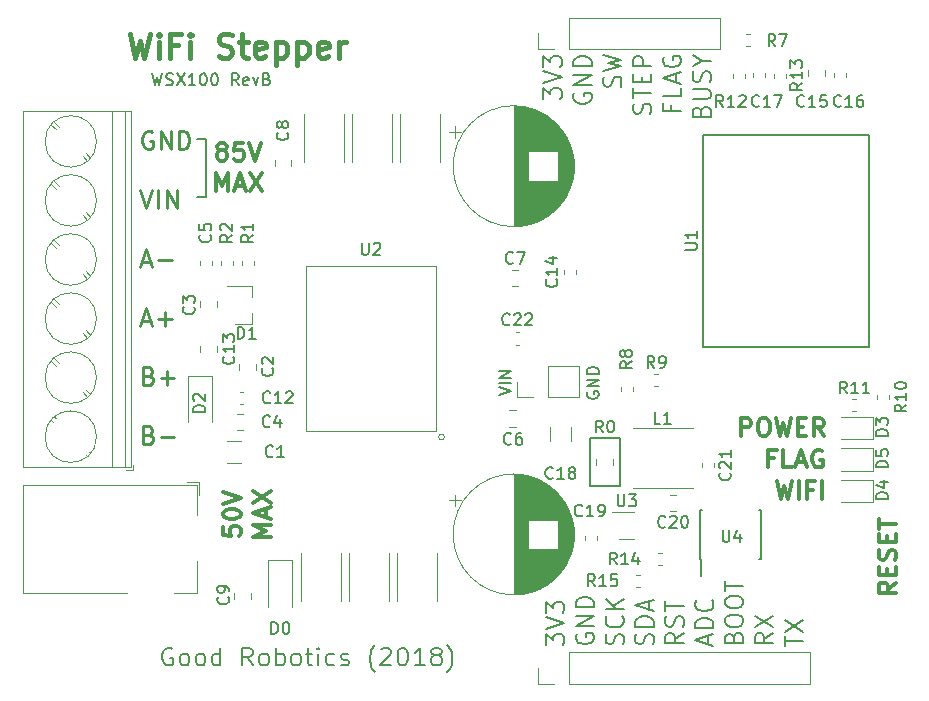
<source format=gbr>
G04 #@! TF.GenerationSoftware,KiCad,Pcbnew,5.0.1-33cea8e~68~ubuntu16.04.1*
G04 #@! TF.CreationDate,2018-10-28T17:52:41-07:00*
G04 #@! TF.ProjectId,wifistepper,77696669737465707065722E6B696361,rev?*
G04 #@! TF.SameCoordinates,Original*
G04 #@! TF.FileFunction,Legend,Top*
G04 #@! TF.FilePolarity,Positive*
%FSLAX46Y46*%
G04 Gerber Fmt 4.6, Leading zero omitted, Abs format (unit mm)*
G04 Created by KiCad (PCBNEW 5.0.1-33cea8e~68~ubuntu16.04.1) date Sun 28 Oct 2018 05:52:41 PM PDT*
%MOMM*%
%LPD*%
G01*
G04 APERTURE LIST*
%ADD10C,0.200000*%
%ADD11C,0.300000*%
%ADD12C,0.350000*%
%ADD13C,0.400000*%
%ADD14C,0.250000*%
%ADD15C,0.100000*%
%ADD16C,0.050000*%
%ADD17C,0.120000*%
%ADD18C,0.150000*%
G04 APERTURE END LIST*
D10*
X81592800Y-93471904D02*
X81545180Y-93567142D01*
X81545180Y-93710000D01*
X81592800Y-93852857D01*
X81688038Y-93948095D01*
X81783276Y-93995714D01*
X81973752Y-94043333D01*
X82116609Y-94043333D01*
X82307085Y-93995714D01*
X82402323Y-93948095D01*
X82497561Y-93852857D01*
X82545180Y-93710000D01*
X82545180Y-93614761D01*
X82497561Y-93471904D01*
X82449942Y-93424285D01*
X82116609Y-93424285D01*
X82116609Y-93614761D01*
X82545180Y-92995714D02*
X81545180Y-92995714D01*
X82545180Y-92424285D01*
X81545180Y-92424285D01*
X82545180Y-91948095D02*
X81545180Y-91948095D01*
X81545180Y-91710000D01*
X81592800Y-91567142D01*
X81688038Y-91471904D01*
X81783276Y-91424285D01*
X81973752Y-91376666D01*
X82116609Y-91376666D01*
X82307085Y-91424285D01*
X82402323Y-91471904D01*
X82497561Y-91567142D01*
X82545180Y-91710000D01*
X82545180Y-91948095D01*
X74077580Y-93754438D02*
X75077580Y-93421104D01*
X74077580Y-93087771D01*
X75077580Y-92754438D02*
X74077580Y-92754438D01*
X75077580Y-92278247D02*
X74077580Y-92278247D01*
X75077580Y-91706819D01*
X74077580Y-91706819D01*
X49276000Y-76962000D02*
X48514000Y-76962000D01*
X49276000Y-72072500D02*
X49276000Y-76962000D01*
X48514000Y-72072500D02*
X49276000Y-72072500D01*
X44722857Y-66508380D02*
X44960952Y-67508380D01*
X45151428Y-66794095D01*
X45341904Y-67508380D01*
X45580000Y-66508380D01*
X45913333Y-67460761D02*
X46056190Y-67508380D01*
X46294285Y-67508380D01*
X46389523Y-67460761D01*
X46437142Y-67413142D01*
X46484761Y-67317904D01*
X46484761Y-67222666D01*
X46437142Y-67127428D01*
X46389523Y-67079809D01*
X46294285Y-67032190D01*
X46103809Y-66984571D01*
X46008571Y-66936952D01*
X45960952Y-66889333D01*
X45913333Y-66794095D01*
X45913333Y-66698857D01*
X45960952Y-66603619D01*
X46008571Y-66556000D01*
X46103809Y-66508380D01*
X46341904Y-66508380D01*
X46484761Y-66556000D01*
X46818095Y-66508380D02*
X47484761Y-67508380D01*
X47484761Y-66508380D02*
X46818095Y-67508380D01*
X48389523Y-67508380D02*
X47818095Y-67508380D01*
X48103809Y-67508380D02*
X48103809Y-66508380D01*
X48008571Y-66651238D01*
X47913333Y-66746476D01*
X47818095Y-66794095D01*
X49008571Y-66508380D02*
X49103809Y-66508380D01*
X49199047Y-66556000D01*
X49246666Y-66603619D01*
X49294285Y-66698857D01*
X49341904Y-66889333D01*
X49341904Y-67127428D01*
X49294285Y-67317904D01*
X49246666Y-67413142D01*
X49199047Y-67460761D01*
X49103809Y-67508380D01*
X49008571Y-67508380D01*
X48913333Y-67460761D01*
X48865714Y-67413142D01*
X48818095Y-67317904D01*
X48770476Y-67127428D01*
X48770476Y-66889333D01*
X48818095Y-66698857D01*
X48865714Y-66603619D01*
X48913333Y-66556000D01*
X49008571Y-66508380D01*
X49960952Y-66508380D02*
X50056190Y-66508380D01*
X50151428Y-66556000D01*
X50199047Y-66603619D01*
X50246666Y-66698857D01*
X50294285Y-66889333D01*
X50294285Y-67127428D01*
X50246666Y-67317904D01*
X50199047Y-67413142D01*
X50151428Y-67460761D01*
X50056190Y-67508380D01*
X49960952Y-67508380D01*
X49865714Y-67460761D01*
X49818095Y-67413142D01*
X49770476Y-67317904D01*
X49722857Y-67127428D01*
X49722857Y-66889333D01*
X49770476Y-66698857D01*
X49818095Y-66603619D01*
X49865714Y-66556000D01*
X49960952Y-66508380D01*
X52056190Y-67508380D02*
X51722857Y-67032190D01*
X51484761Y-67508380D02*
X51484761Y-66508380D01*
X51865714Y-66508380D01*
X51960952Y-66556000D01*
X52008571Y-66603619D01*
X52056190Y-66698857D01*
X52056190Y-66841714D01*
X52008571Y-66936952D01*
X51960952Y-66984571D01*
X51865714Y-67032190D01*
X51484761Y-67032190D01*
X52865714Y-67460761D02*
X52770476Y-67508380D01*
X52580000Y-67508380D01*
X52484761Y-67460761D01*
X52437142Y-67365523D01*
X52437142Y-66984571D01*
X52484761Y-66889333D01*
X52580000Y-66841714D01*
X52770476Y-66841714D01*
X52865714Y-66889333D01*
X52913333Y-66984571D01*
X52913333Y-67079809D01*
X52437142Y-67175047D01*
X53246666Y-66841714D02*
X53484761Y-67508380D01*
X53722857Y-66841714D01*
X54437142Y-66984571D02*
X54580000Y-67032190D01*
X54627619Y-67079809D01*
X54675238Y-67175047D01*
X54675238Y-67317904D01*
X54627619Y-67413142D01*
X54580000Y-67460761D01*
X54484761Y-67508380D01*
X54103809Y-67508380D01*
X54103809Y-66508380D01*
X54437142Y-66508380D01*
X54532380Y-66556000D01*
X54580000Y-66603619D01*
X54627619Y-66698857D01*
X54627619Y-66794095D01*
X54580000Y-66889333D01*
X54532380Y-66936952D01*
X54437142Y-66984571D01*
X54103809Y-66984571D01*
D11*
X50506500Y-73031928D02*
X50363642Y-72960500D01*
X50292214Y-72889071D01*
X50220785Y-72746214D01*
X50220785Y-72674785D01*
X50292214Y-72531928D01*
X50363642Y-72460500D01*
X50506500Y-72389071D01*
X50792214Y-72389071D01*
X50935071Y-72460500D01*
X51006500Y-72531928D01*
X51077928Y-72674785D01*
X51077928Y-72746214D01*
X51006500Y-72889071D01*
X50935071Y-72960500D01*
X50792214Y-73031928D01*
X50506500Y-73031928D01*
X50363642Y-73103357D01*
X50292214Y-73174785D01*
X50220785Y-73317642D01*
X50220785Y-73603357D01*
X50292214Y-73746214D01*
X50363642Y-73817642D01*
X50506500Y-73889071D01*
X50792214Y-73889071D01*
X50935071Y-73817642D01*
X51006500Y-73746214D01*
X51077928Y-73603357D01*
X51077928Y-73317642D01*
X51006500Y-73174785D01*
X50935071Y-73103357D01*
X50792214Y-73031928D01*
X52435071Y-72389071D02*
X51720785Y-72389071D01*
X51649357Y-73103357D01*
X51720785Y-73031928D01*
X51863642Y-72960500D01*
X52220785Y-72960500D01*
X52363642Y-73031928D01*
X52435071Y-73103357D01*
X52506500Y-73246214D01*
X52506500Y-73603357D01*
X52435071Y-73746214D01*
X52363642Y-73817642D01*
X52220785Y-73889071D01*
X51863642Y-73889071D01*
X51720785Y-73817642D01*
X51649357Y-73746214D01*
X52935071Y-72389071D02*
X53435071Y-73889071D01*
X53935071Y-72389071D01*
X50149357Y-76439071D02*
X50149357Y-74939071D01*
X50649357Y-76010500D01*
X51149357Y-74939071D01*
X51149357Y-76439071D01*
X51792214Y-76010500D02*
X52506500Y-76010500D01*
X51649357Y-76439071D02*
X52149357Y-74939071D01*
X52649357Y-76439071D01*
X53006500Y-74939071D02*
X54006500Y-76439071D01*
X54006500Y-74939071D02*
X53006500Y-76439071D01*
X50735571Y-104886000D02*
X50735571Y-105600285D01*
X51449857Y-105671714D01*
X51378428Y-105600285D01*
X51307000Y-105457428D01*
X51307000Y-105100285D01*
X51378428Y-104957428D01*
X51449857Y-104886000D01*
X51592714Y-104814571D01*
X51949857Y-104814571D01*
X52092714Y-104886000D01*
X52164142Y-104957428D01*
X52235571Y-105100285D01*
X52235571Y-105457428D01*
X52164142Y-105600285D01*
X52092714Y-105671714D01*
X50735571Y-103886000D02*
X50735571Y-103743142D01*
X50807000Y-103600285D01*
X50878428Y-103528857D01*
X51021285Y-103457428D01*
X51307000Y-103386000D01*
X51664142Y-103386000D01*
X51949857Y-103457428D01*
X52092714Y-103528857D01*
X52164142Y-103600285D01*
X52235571Y-103743142D01*
X52235571Y-103886000D01*
X52164142Y-104028857D01*
X52092714Y-104100285D01*
X51949857Y-104171714D01*
X51664142Y-104243142D01*
X51307000Y-104243142D01*
X51021285Y-104171714D01*
X50878428Y-104100285D01*
X50807000Y-104028857D01*
X50735571Y-103886000D01*
X50735571Y-102957428D02*
X52235571Y-102457428D01*
X50735571Y-101957428D01*
X54785571Y-105743142D02*
X53285571Y-105743142D01*
X54357000Y-105243142D01*
X53285571Y-104743142D01*
X54785571Y-104743142D01*
X54357000Y-104100285D02*
X54357000Y-103386000D01*
X54785571Y-104243142D02*
X53285571Y-103743142D01*
X54785571Y-103243142D01*
X53285571Y-102886000D02*
X54785571Y-101886000D01*
X53285571Y-101886000D02*
X54785571Y-102886000D01*
X107739571Y-109620571D02*
X107025285Y-110120571D01*
X107739571Y-110477714D02*
X106239571Y-110477714D01*
X106239571Y-109906285D01*
X106311000Y-109763428D01*
X106382428Y-109692000D01*
X106525285Y-109620571D01*
X106739571Y-109620571D01*
X106882428Y-109692000D01*
X106953857Y-109763428D01*
X107025285Y-109906285D01*
X107025285Y-110477714D01*
X106953857Y-108977714D02*
X106953857Y-108477714D01*
X107739571Y-108263428D02*
X107739571Y-108977714D01*
X106239571Y-108977714D01*
X106239571Y-108263428D01*
X107668142Y-107692000D02*
X107739571Y-107477714D01*
X107739571Y-107120571D01*
X107668142Y-106977714D01*
X107596714Y-106906285D01*
X107453857Y-106834857D01*
X107311000Y-106834857D01*
X107168142Y-106906285D01*
X107096714Y-106977714D01*
X107025285Y-107120571D01*
X106953857Y-107406285D01*
X106882428Y-107549142D01*
X106811000Y-107620571D01*
X106668142Y-107692000D01*
X106525285Y-107692000D01*
X106382428Y-107620571D01*
X106311000Y-107549142D01*
X106239571Y-107406285D01*
X106239571Y-107049142D01*
X106311000Y-106834857D01*
X106953857Y-106192000D02*
X106953857Y-105692000D01*
X107739571Y-105477714D02*
X107739571Y-106192000D01*
X106239571Y-106192000D01*
X106239571Y-105477714D01*
X106239571Y-105049142D02*
X106239571Y-104192000D01*
X107739571Y-104620571D02*
X106239571Y-104620571D01*
D10*
X81788000Y-101473000D02*
X81788000Y-97409000D01*
X84328000Y-101473000D02*
X81788000Y-101473000D01*
X84328000Y-97409000D02*
X84328000Y-101473000D01*
X81788000Y-97409000D02*
X84328000Y-97409000D01*
X46447714Y-115201000D02*
X46304857Y-115129571D01*
X46090571Y-115129571D01*
X45876285Y-115201000D01*
X45733428Y-115343857D01*
X45662000Y-115486714D01*
X45590571Y-115772428D01*
X45590571Y-115986714D01*
X45662000Y-116272428D01*
X45733428Y-116415285D01*
X45876285Y-116558142D01*
X46090571Y-116629571D01*
X46233428Y-116629571D01*
X46447714Y-116558142D01*
X46519142Y-116486714D01*
X46519142Y-115986714D01*
X46233428Y-115986714D01*
X47376285Y-116629571D02*
X47233428Y-116558142D01*
X47162000Y-116486714D01*
X47090571Y-116343857D01*
X47090571Y-115915285D01*
X47162000Y-115772428D01*
X47233428Y-115701000D01*
X47376285Y-115629571D01*
X47590571Y-115629571D01*
X47733428Y-115701000D01*
X47804857Y-115772428D01*
X47876285Y-115915285D01*
X47876285Y-116343857D01*
X47804857Y-116486714D01*
X47733428Y-116558142D01*
X47590571Y-116629571D01*
X47376285Y-116629571D01*
X48733428Y-116629571D02*
X48590571Y-116558142D01*
X48519142Y-116486714D01*
X48447714Y-116343857D01*
X48447714Y-115915285D01*
X48519142Y-115772428D01*
X48590571Y-115701000D01*
X48733428Y-115629571D01*
X48947714Y-115629571D01*
X49090571Y-115701000D01*
X49162000Y-115772428D01*
X49233428Y-115915285D01*
X49233428Y-116343857D01*
X49162000Y-116486714D01*
X49090571Y-116558142D01*
X48947714Y-116629571D01*
X48733428Y-116629571D01*
X50519142Y-116629571D02*
X50519142Y-115129571D01*
X50519142Y-116558142D02*
X50376285Y-116629571D01*
X50090571Y-116629571D01*
X49947714Y-116558142D01*
X49876285Y-116486714D01*
X49804857Y-116343857D01*
X49804857Y-115915285D01*
X49876285Y-115772428D01*
X49947714Y-115701000D01*
X50090571Y-115629571D01*
X50376285Y-115629571D01*
X50519142Y-115701000D01*
X53233428Y-116629571D02*
X52733428Y-115915285D01*
X52376285Y-116629571D02*
X52376285Y-115129571D01*
X52947714Y-115129571D01*
X53090571Y-115201000D01*
X53162000Y-115272428D01*
X53233428Y-115415285D01*
X53233428Y-115629571D01*
X53162000Y-115772428D01*
X53090571Y-115843857D01*
X52947714Y-115915285D01*
X52376285Y-115915285D01*
X54090571Y-116629571D02*
X53947714Y-116558142D01*
X53876285Y-116486714D01*
X53804857Y-116343857D01*
X53804857Y-115915285D01*
X53876285Y-115772428D01*
X53947714Y-115701000D01*
X54090571Y-115629571D01*
X54304857Y-115629571D01*
X54447714Y-115701000D01*
X54519142Y-115772428D01*
X54590571Y-115915285D01*
X54590571Y-116343857D01*
X54519142Y-116486714D01*
X54447714Y-116558142D01*
X54304857Y-116629571D01*
X54090571Y-116629571D01*
X55233428Y-116629571D02*
X55233428Y-115129571D01*
X55233428Y-115701000D02*
X55376285Y-115629571D01*
X55662000Y-115629571D01*
X55804857Y-115701000D01*
X55876285Y-115772428D01*
X55947714Y-115915285D01*
X55947714Y-116343857D01*
X55876285Y-116486714D01*
X55804857Y-116558142D01*
X55662000Y-116629571D01*
X55376285Y-116629571D01*
X55233428Y-116558142D01*
X56804857Y-116629571D02*
X56662000Y-116558142D01*
X56590571Y-116486714D01*
X56519142Y-116343857D01*
X56519142Y-115915285D01*
X56590571Y-115772428D01*
X56662000Y-115701000D01*
X56804857Y-115629571D01*
X57019142Y-115629571D01*
X57162000Y-115701000D01*
X57233428Y-115772428D01*
X57304857Y-115915285D01*
X57304857Y-116343857D01*
X57233428Y-116486714D01*
X57162000Y-116558142D01*
X57019142Y-116629571D01*
X56804857Y-116629571D01*
X57733428Y-115629571D02*
X58304857Y-115629571D01*
X57947714Y-115129571D02*
X57947714Y-116415285D01*
X58019142Y-116558142D01*
X58162000Y-116629571D01*
X58304857Y-116629571D01*
X58804857Y-116629571D02*
X58804857Y-115629571D01*
X58804857Y-115129571D02*
X58733428Y-115201000D01*
X58804857Y-115272428D01*
X58876285Y-115201000D01*
X58804857Y-115129571D01*
X58804857Y-115272428D01*
X60162000Y-116558142D02*
X60019142Y-116629571D01*
X59733428Y-116629571D01*
X59590571Y-116558142D01*
X59519142Y-116486714D01*
X59447714Y-116343857D01*
X59447714Y-115915285D01*
X59519142Y-115772428D01*
X59590571Y-115701000D01*
X59733428Y-115629571D01*
X60019142Y-115629571D01*
X60162000Y-115701000D01*
X60733428Y-116558142D02*
X60876285Y-116629571D01*
X61162000Y-116629571D01*
X61304857Y-116558142D01*
X61376285Y-116415285D01*
X61376285Y-116343857D01*
X61304857Y-116201000D01*
X61162000Y-116129571D01*
X60947714Y-116129571D01*
X60804857Y-116058142D01*
X60733428Y-115915285D01*
X60733428Y-115843857D01*
X60804857Y-115701000D01*
X60947714Y-115629571D01*
X61162000Y-115629571D01*
X61304857Y-115701000D01*
X63590571Y-117201000D02*
X63519142Y-117129571D01*
X63376285Y-116915285D01*
X63304857Y-116772428D01*
X63233428Y-116558142D01*
X63162000Y-116201000D01*
X63162000Y-115915285D01*
X63233428Y-115558142D01*
X63304857Y-115343857D01*
X63376285Y-115201000D01*
X63519142Y-114986714D01*
X63590571Y-114915285D01*
X64090571Y-115272428D02*
X64162000Y-115201000D01*
X64304857Y-115129571D01*
X64662000Y-115129571D01*
X64804857Y-115201000D01*
X64876285Y-115272428D01*
X64947714Y-115415285D01*
X64947714Y-115558142D01*
X64876285Y-115772428D01*
X64019142Y-116629571D01*
X64947714Y-116629571D01*
X65876285Y-115129571D02*
X66019142Y-115129571D01*
X66162000Y-115201000D01*
X66233428Y-115272428D01*
X66304857Y-115415285D01*
X66376285Y-115701000D01*
X66376285Y-116058142D01*
X66304857Y-116343857D01*
X66233428Y-116486714D01*
X66162000Y-116558142D01*
X66019142Y-116629571D01*
X65876285Y-116629571D01*
X65733428Y-116558142D01*
X65662000Y-116486714D01*
X65590571Y-116343857D01*
X65519142Y-116058142D01*
X65519142Y-115701000D01*
X65590571Y-115415285D01*
X65662000Y-115272428D01*
X65733428Y-115201000D01*
X65876285Y-115129571D01*
X67804857Y-116629571D02*
X66947714Y-116629571D01*
X67376285Y-116629571D02*
X67376285Y-115129571D01*
X67233428Y-115343857D01*
X67090571Y-115486714D01*
X66947714Y-115558142D01*
X68662000Y-115772428D02*
X68519142Y-115701000D01*
X68447714Y-115629571D01*
X68376285Y-115486714D01*
X68376285Y-115415285D01*
X68447714Y-115272428D01*
X68519142Y-115201000D01*
X68662000Y-115129571D01*
X68947714Y-115129571D01*
X69090571Y-115201000D01*
X69162000Y-115272428D01*
X69233428Y-115415285D01*
X69233428Y-115486714D01*
X69162000Y-115629571D01*
X69090571Y-115701000D01*
X68947714Y-115772428D01*
X68662000Y-115772428D01*
X68519142Y-115843857D01*
X68447714Y-115915285D01*
X68376285Y-116058142D01*
X68376285Y-116343857D01*
X68447714Y-116486714D01*
X68519142Y-116558142D01*
X68662000Y-116629571D01*
X68947714Y-116629571D01*
X69090571Y-116558142D01*
X69162000Y-116486714D01*
X69233428Y-116343857D01*
X69233428Y-116058142D01*
X69162000Y-115915285D01*
X69090571Y-115843857D01*
X68947714Y-115772428D01*
X69733428Y-117201000D02*
X69804857Y-117129571D01*
X69947714Y-116915285D01*
X70019142Y-116772428D01*
X70090571Y-116558142D01*
X70162000Y-116201000D01*
X70162000Y-115915285D01*
X70090571Y-115558142D01*
X70019142Y-115343857D01*
X69947714Y-115201000D01*
X69804857Y-114986714D01*
X69733428Y-114915285D01*
D12*
X94594785Y-97198571D02*
X94594785Y-95698571D01*
X95166214Y-95698571D01*
X95309071Y-95770000D01*
X95380500Y-95841428D01*
X95451928Y-95984285D01*
X95451928Y-96198571D01*
X95380500Y-96341428D01*
X95309071Y-96412857D01*
X95166214Y-96484285D01*
X94594785Y-96484285D01*
X96380500Y-95698571D02*
X96666214Y-95698571D01*
X96809071Y-95770000D01*
X96951928Y-95912857D01*
X97023357Y-96198571D01*
X97023357Y-96698571D01*
X96951928Y-96984285D01*
X96809071Y-97127142D01*
X96666214Y-97198571D01*
X96380500Y-97198571D01*
X96237642Y-97127142D01*
X96094785Y-96984285D01*
X96023357Y-96698571D01*
X96023357Y-96198571D01*
X96094785Y-95912857D01*
X96237642Y-95770000D01*
X96380500Y-95698571D01*
X97523357Y-95698571D02*
X97880500Y-97198571D01*
X98166214Y-96127142D01*
X98451928Y-97198571D01*
X98809071Y-95698571D01*
X99380500Y-96412857D02*
X99880500Y-96412857D01*
X100094785Y-97198571D02*
X99380500Y-97198571D01*
X99380500Y-95698571D01*
X100094785Y-95698571D01*
X101594785Y-97198571D02*
X101094785Y-96484285D01*
X100737642Y-97198571D02*
X100737642Y-95698571D01*
X101309071Y-95698571D01*
X101451928Y-95770000D01*
X101523357Y-95841428D01*
X101594785Y-95984285D01*
X101594785Y-96198571D01*
X101523357Y-96341428D01*
X101451928Y-96412857D01*
X101309071Y-96484285D01*
X100737642Y-96484285D01*
X97602714Y-101032571D02*
X97959857Y-102532571D01*
X98245571Y-101461142D01*
X98531285Y-102532571D01*
X98888428Y-101032571D01*
X99459857Y-102532571D02*
X99459857Y-101032571D01*
X100674142Y-101746857D02*
X100174142Y-101746857D01*
X100174142Y-102532571D02*
X100174142Y-101032571D01*
X100888428Y-101032571D01*
X101459857Y-102532571D02*
X101459857Y-101032571D01*
X97388428Y-99079857D02*
X96888428Y-99079857D01*
X96888428Y-99865571D02*
X96888428Y-98365571D01*
X97602714Y-98365571D01*
X98888428Y-99865571D02*
X98174142Y-99865571D01*
X98174142Y-98365571D01*
X99317000Y-99437000D02*
X100031285Y-99437000D01*
X99174142Y-99865571D02*
X99674142Y-98365571D01*
X100174142Y-99865571D01*
X101459857Y-98437000D02*
X101317000Y-98365571D01*
X101102714Y-98365571D01*
X100888428Y-98437000D01*
X100745571Y-98579857D01*
X100674142Y-98722714D01*
X100602714Y-99008428D01*
X100602714Y-99222714D01*
X100674142Y-99508428D01*
X100745571Y-99651285D01*
X100888428Y-99794142D01*
X101102714Y-99865571D01*
X101245571Y-99865571D01*
X101459857Y-99794142D01*
X101531285Y-99722714D01*
X101531285Y-99222714D01*
X101245571Y-99222714D01*
D13*
X42836714Y-63166761D02*
X43312904Y-65166761D01*
X43693857Y-63738190D01*
X44074809Y-65166761D01*
X44551000Y-63166761D01*
X45312904Y-65166761D02*
X45312904Y-63833428D01*
X45312904Y-63166761D02*
X45217666Y-63262000D01*
X45312904Y-63357238D01*
X45408142Y-63262000D01*
X45312904Y-63166761D01*
X45312904Y-63357238D01*
X46931952Y-64119142D02*
X46265285Y-64119142D01*
X46265285Y-65166761D02*
X46265285Y-63166761D01*
X47217666Y-63166761D01*
X47979571Y-65166761D02*
X47979571Y-63833428D01*
X47979571Y-63166761D02*
X47884333Y-63262000D01*
X47979571Y-63357238D01*
X48074809Y-63262000D01*
X47979571Y-63166761D01*
X47979571Y-63357238D01*
X50360523Y-65071523D02*
X50646238Y-65166761D01*
X51122428Y-65166761D01*
X51312904Y-65071523D01*
X51408142Y-64976285D01*
X51503380Y-64785809D01*
X51503380Y-64595333D01*
X51408142Y-64404857D01*
X51312904Y-64309619D01*
X51122428Y-64214380D01*
X50741476Y-64119142D01*
X50551000Y-64023904D01*
X50455761Y-63928666D01*
X50360523Y-63738190D01*
X50360523Y-63547714D01*
X50455761Y-63357238D01*
X50551000Y-63262000D01*
X50741476Y-63166761D01*
X51217666Y-63166761D01*
X51503380Y-63262000D01*
X52074809Y-63833428D02*
X52836714Y-63833428D01*
X52360523Y-63166761D02*
X52360523Y-64881047D01*
X52455761Y-65071523D01*
X52646238Y-65166761D01*
X52836714Y-65166761D01*
X54265285Y-65071523D02*
X54074809Y-65166761D01*
X53693857Y-65166761D01*
X53503380Y-65071523D01*
X53408142Y-64881047D01*
X53408142Y-64119142D01*
X53503380Y-63928666D01*
X53693857Y-63833428D01*
X54074809Y-63833428D01*
X54265285Y-63928666D01*
X54360523Y-64119142D01*
X54360523Y-64309619D01*
X53408142Y-64500095D01*
X55217666Y-63833428D02*
X55217666Y-65833428D01*
X55217666Y-63928666D02*
X55408142Y-63833428D01*
X55789095Y-63833428D01*
X55979571Y-63928666D01*
X56074809Y-64023904D01*
X56170047Y-64214380D01*
X56170047Y-64785809D01*
X56074809Y-64976285D01*
X55979571Y-65071523D01*
X55789095Y-65166761D01*
X55408142Y-65166761D01*
X55217666Y-65071523D01*
X57027190Y-63833428D02*
X57027190Y-65833428D01*
X57027190Y-63928666D02*
X57217666Y-63833428D01*
X57598619Y-63833428D01*
X57789095Y-63928666D01*
X57884333Y-64023904D01*
X57979571Y-64214380D01*
X57979571Y-64785809D01*
X57884333Y-64976285D01*
X57789095Y-65071523D01*
X57598619Y-65166761D01*
X57217666Y-65166761D01*
X57027190Y-65071523D01*
X59598619Y-65071523D02*
X59408142Y-65166761D01*
X59027190Y-65166761D01*
X58836714Y-65071523D01*
X58741476Y-64881047D01*
X58741476Y-64119142D01*
X58836714Y-63928666D01*
X59027190Y-63833428D01*
X59408142Y-63833428D01*
X59598619Y-63928666D01*
X59693857Y-64119142D01*
X59693857Y-64309619D01*
X58741476Y-64500095D01*
X60551000Y-65166761D02*
X60551000Y-63833428D01*
X60551000Y-64214380D02*
X60646238Y-64023904D01*
X60741476Y-63928666D01*
X60931952Y-63833428D01*
X61122428Y-63833428D01*
D14*
X44739357Y-71459000D02*
X44596500Y-71387571D01*
X44382214Y-71387571D01*
X44167928Y-71459000D01*
X44025071Y-71601857D01*
X43953642Y-71744714D01*
X43882214Y-72030428D01*
X43882214Y-72244714D01*
X43953642Y-72530428D01*
X44025071Y-72673285D01*
X44167928Y-72816142D01*
X44382214Y-72887571D01*
X44525071Y-72887571D01*
X44739357Y-72816142D01*
X44810785Y-72744714D01*
X44810785Y-72244714D01*
X44525071Y-72244714D01*
X45453642Y-72887571D02*
X45453642Y-71387571D01*
X46310785Y-72887571D01*
X46310785Y-71387571D01*
X47025071Y-72887571D02*
X47025071Y-71387571D01*
X47382214Y-71387571D01*
X47596500Y-71459000D01*
X47739357Y-71601857D01*
X47810785Y-71744714D01*
X47882214Y-72030428D01*
X47882214Y-72244714D01*
X47810785Y-72530428D01*
X47739357Y-72673285D01*
X47596500Y-72816142D01*
X47382214Y-72887571D01*
X47025071Y-72887571D01*
X43739357Y-76387571D02*
X44239357Y-77887571D01*
X44739357Y-76387571D01*
X45239357Y-77887571D02*
X45239357Y-76387571D01*
X45953642Y-77887571D02*
X45953642Y-76387571D01*
X46810785Y-77887571D01*
X46810785Y-76387571D01*
X43882214Y-82459000D02*
X44596500Y-82459000D01*
X43739357Y-82887571D02*
X44239357Y-81387571D01*
X44739357Y-82887571D01*
X45239357Y-82316142D02*
X46382214Y-82316142D01*
X43882214Y-87459000D02*
X44596500Y-87459000D01*
X43739357Y-87887571D02*
X44239357Y-86387571D01*
X44739357Y-87887571D01*
X45239357Y-87316142D02*
X46382214Y-87316142D01*
X45810785Y-87887571D02*
X45810785Y-86744714D01*
X44453642Y-92101857D02*
X44667928Y-92173285D01*
X44739357Y-92244714D01*
X44810785Y-92387571D01*
X44810785Y-92601857D01*
X44739357Y-92744714D01*
X44667928Y-92816142D01*
X44525071Y-92887571D01*
X43953642Y-92887571D01*
X43953642Y-91387571D01*
X44453642Y-91387571D01*
X44596500Y-91459000D01*
X44667928Y-91530428D01*
X44739357Y-91673285D01*
X44739357Y-91816142D01*
X44667928Y-91959000D01*
X44596500Y-92030428D01*
X44453642Y-92101857D01*
X43953642Y-92101857D01*
X45453642Y-92316142D02*
X46596500Y-92316142D01*
X46025071Y-92887571D02*
X46025071Y-91744714D01*
X44453642Y-97101857D02*
X44667928Y-97173285D01*
X44739357Y-97244714D01*
X44810785Y-97387571D01*
X44810785Y-97601857D01*
X44739357Y-97744714D01*
X44667928Y-97816142D01*
X44525071Y-97887571D01*
X43953642Y-97887571D01*
X43953642Y-96387571D01*
X44453642Y-96387571D01*
X44596500Y-96459000D01*
X44667928Y-96530428D01*
X44739357Y-96673285D01*
X44739357Y-96816142D01*
X44667928Y-96959000D01*
X44596500Y-97030428D01*
X44453642Y-97101857D01*
X43953642Y-97101857D01*
X45453642Y-97316142D02*
X46596500Y-97316142D01*
D10*
X77865190Y-68701571D02*
X77865190Y-67773000D01*
X78455666Y-68273000D01*
X78455666Y-68058714D01*
X78529476Y-67915857D01*
X78603285Y-67844428D01*
X78750904Y-67773000D01*
X79119952Y-67773000D01*
X79267571Y-67844428D01*
X79341380Y-67915857D01*
X79415190Y-68058714D01*
X79415190Y-68487285D01*
X79341380Y-68630142D01*
X79267571Y-68701571D01*
X77865190Y-67344428D02*
X79415190Y-66844428D01*
X77865190Y-66344428D01*
X77865190Y-65987285D02*
X77865190Y-65058714D01*
X78455666Y-65558714D01*
X78455666Y-65344428D01*
X78529476Y-65201571D01*
X78603285Y-65130142D01*
X78750904Y-65058714D01*
X79119952Y-65058714D01*
X79267571Y-65130142D01*
X79341380Y-65201571D01*
X79415190Y-65344428D01*
X79415190Y-65773000D01*
X79341380Y-65915857D01*
X79267571Y-65987285D01*
X80464000Y-68201571D02*
X80390190Y-68344428D01*
X80390190Y-68558714D01*
X80464000Y-68773000D01*
X80611619Y-68915857D01*
X80759238Y-68987285D01*
X81054476Y-69058714D01*
X81275904Y-69058714D01*
X81571142Y-68987285D01*
X81718761Y-68915857D01*
X81866380Y-68773000D01*
X81940190Y-68558714D01*
X81940190Y-68415857D01*
X81866380Y-68201571D01*
X81792571Y-68130142D01*
X81275904Y-68130142D01*
X81275904Y-68415857D01*
X81940190Y-67487285D02*
X80390190Y-67487285D01*
X81940190Y-66630142D01*
X80390190Y-66630142D01*
X81940190Y-65915857D02*
X80390190Y-65915857D01*
X80390190Y-65558714D01*
X80464000Y-65344428D01*
X80611619Y-65201571D01*
X80759238Y-65130142D01*
X81054476Y-65058714D01*
X81275904Y-65058714D01*
X81571142Y-65130142D01*
X81718761Y-65201571D01*
X81866380Y-65344428D01*
X81940190Y-65558714D01*
X81940190Y-65915857D01*
X84391380Y-67630142D02*
X84465190Y-67415857D01*
X84465190Y-67058714D01*
X84391380Y-66915857D01*
X84317571Y-66844428D01*
X84169952Y-66773000D01*
X84022333Y-66773000D01*
X83874714Y-66844428D01*
X83800904Y-66915857D01*
X83727095Y-67058714D01*
X83653285Y-67344428D01*
X83579476Y-67487285D01*
X83505666Y-67558714D01*
X83358047Y-67630142D01*
X83210428Y-67630142D01*
X83062809Y-67558714D01*
X82989000Y-67487285D01*
X82915190Y-67344428D01*
X82915190Y-66987285D01*
X82989000Y-66773000D01*
X82915190Y-66273000D02*
X84465190Y-65915857D01*
X83358047Y-65630142D01*
X84465190Y-65344428D01*
X82915190Y-64987285D01*
X86916380Y-69915857D02*
X86990190Y-69701571D01*
X86990190Y-69344428D01*
X86916380Y-69201571D01*
X86842571Y-69130142D01*
X86694952Y-69058714D01*
X86547333Y-69058714D01*
X86399714Y-69130142D01*
X86325904Y-69201571D01*
X86252095Y-69344428D01*
X86178285Y-69630142D01*
X86104476Y-69773000D01*
X86030666Y-69844428D01*
X85883047Y-69915857D01*
X85735428Y-69915857D01*
X85587809Y-69844428D01*
X85514000Y-69773000D01*
X85440190Y-69630142D01*
X85440190Y-69273000D01*
X85514000Y-69058714D01*
X85440190Y-68630142D02*
X85440190Y-67773000D01*
X86990190Y-68201571D02*
X85440190Y-68201571D01*
X86178285Y-67273000D02*
X86178285Y-66773000D01*
X86990190Y-66558714D02*
X86990190Y-67273000D01*
X85440190Y-67273000D01*
X85440190Y-66558714D01*
X86990190Y-65915857D02*
X85440190Y-65915857D01*
X85440190Y-65344428D01*
X85514000Y-65201571D01*
X85587809Y-65130142D01*
X85735428Y-65058714D01*
X85956857Y-65058714D01*
X86104476Y-65130142D01*
X86178285Y-65201571D01*
X86252095Y-65344428D01*
X86252095Y-65915857D01*
X88703285Y-69201571D02*
X88703285Y-69701571D01*
X89515190Y-69701571D02*
X87965190Y-69701571D01*
X87965190Y-68987285D01*
X89515190Y-67701571D02*
X89515190Y-68415857D01*
X87965190Y-68415857D01*
X89072333Y-67273000D02*
X89072333Y-66558714D01*
X89515190Y-67415857D02*
X87965190Y-66915857D01*
X89515190Y-66415857D01*
X88039000Y-65130142D02*
X87965190Y-65273000D01*
X87965190Y-65487285D01*
X88039000Y-65701571D01*
X88186619Y-65844428D01*
X88334238Y-65915857D01*
X88629476Y-65987285D01*
X88850904Y-65987285D01*
X89146142Y-65915857D01*
X89293761Y-65844428D01*
X89441380Y-65701571D01*
X89515190Y-65487285D01*
X89515190Y-65344428D01*
X89441380Y-65130142D01*
X89367571Y-65058714D01*
X88850904Y-65058714D01*
X88850904Y-65344428D01*
X91228285Y-69701571D02*
X91302095Y-69487285D01*
X91375904Y-69415857D01*
X91523523Y-69344428D01*
X91744952Y-69344428D01*
X91892571Y-69415857D01*
X91966380Y-69487285D01*
X92040190Y-69630142D01*
X92040190Y-70201571D01*
X90490190Y-70201571D01*
X90490190Y-69701571D01*
X90564000Y-69558714D01*
X90637809Y-69487285D01*
X90785428Y-69415857D01*
X90933047Y-69415857D01*
X91080666Y-69487285D01*
X91154476Y-69558714D01*
X91228285Y-69701571D01*
X91228285Y-70201571D01*
X90490190Y-68701571D02*
X91744952Y-68701571D01*
X91892571Y-68630142D01*
X91966380Y-68558714D01*
X92040190Y-68415857D01*
X92040190Y-68130142D01*
X91966380Y-67987285D01*
X91892571Y-67915857D01*
X91744952Y-67844428D01*
X90490190Y-67844428D01*
X91966380Y-67201571D02*
X92040190Y-66987285D01*
X92040190Y-66630142D01*
X91966380Y-66487285D01*
X91892571Y-66415857D01*
X91744952Y-66344428D01*
X91597333Y-66344428D01*
X91449714Y-66415857D01*
X91375904Y-66487285D01*
X91302095Y-66630142D01*
X91228285Y-66915857D01*
X91154476Y-67058714D01*
X91080666Y-67130142D01*
X90933047Y-67201571D01*
X90785428Y-67201571D01*
X90637809Y-67130142D01*
X90564000Y-67058714D01*
X90490190Y-66915857D01*
X90490190Y-66558714D01*
X90564000Y-66344428D01*
X91302095Y-65415857D02*
X92040190Y-65415857D01*
X90490190Y-65915857D02*
X91302095Y-65415857D01*
X90490190Y-64915857D01*
X78078190Y-114908214D02*
X78078190Y-113979642D01*
X78668666Y-114479642D01*
X78668666Y-114265357D01*
X78742476Y-114122500D01*
X78816285Y-114051071D01*
X78963904Y-113979642D01*
X79332952Y-113979642D01*
X79480571Y-114051071D01*
X79554380Y-114122500D01*
X79628190Y-114265357D01*
X79628190Y-114693928D01*
X79554380Y-114836785D01*
X79480571Y-114908214D01*
X78078190Y-113551071D02*
X79628190Y-113051071D01*
X78078190Y-112551071D01*
X78078190Y-112193928D02*
X78078190Y-111265357D01*
X78668666Y-111765357D01*
X78668666Y-111551071D01*
X78742476Y-111408214D01*
X78816285Y-111336785D01*
X78963904Y-111265357D01*
X79332952Y-111265357D01*
X79480571Y-111336785D01*
X79554380Y-111408214D01*
X79628190Y-111551071D01*
X79628190Y-111979642D01*
X79554380Y-112122500D01*
X79480571Y-112193928D01*
X80677000Y-113979642D02*
X80603190Y-114122500D01*
X80603190Y-114336785D01*
X80677000Y-114551071D01*
X80824619Y-114693928D01*
X80972238Y-114765357D01*
X81267476Y-114836785D01*
X81488904Y-114836785D01*
X81784142Y-114765357D01*
X81931761Y-114693928D01*
X82079380Y-114551071D01*
X82153190Y-114336785D01*
X82153190Y-114193928D01*
X82079380Y-113979642D01*
X82005571Y-113908214D01*
X81488904Y-113908214D01*
X81488904Y-114193928D01*
X82153190Y-113265357D02*
X80603190Y-113265357D01*
X82153190Y-112408214D01*
X80603190Y-112408214D01*
X82153190Y-111693928D02*
X80603190Y-111693928D01*
X80603190Y-111336785D01*
X80677000Y-111122500D01*
X80824619Y-110979642D01*
X80972238Y-110908214D01*
X81267476Y-110836785D01*
X81488904Y-110836785D01*
X81784142Y-110908214D01*
X81931761Y-110979642D01*
X82079380Y-111122500D01*
X82153190Y-111336785D01*
X82153190Y-111693928D01*
X84604380Y-114836785D02*
X84678190Y-114622500D01*
X84678190Y-114265357D01*
X84604380Y-114122500D01*
X84530571Y-114051071D01*
X84382952Y-113979642D01*
X84235333Y-113979642D01*
X84087714Y-114051071D01*
X84013904Y-114122500D01*
X83940095Y-114265357D01*
X83866285Y-114551071D01*
X83792476Y-114693928D01*
X83718666Y-114765357D01*
X83571047Y-114836785D01*
X83423428Y-114836785D01*
X83275809Y-114765357D01*
X83202000Y-114693928D01*
X83128190Y-114551071D01*
X83128190Y-114193928D01*
X83202000Y-113979642D01*
X84530571Y-112479642D02*
X84604380Y-112551071D01*
X84678190Y-112765357D01*
X84678190Y-112908214D01*
X84604380Y-113122500D01*
X84456761Y-113265357D01*
X84309142Y-113336785D01*
X84013904Y-113408214D01*
X83792476Y-113408214D01*
X83497238Y-113336785D01*
X83349619Y-113265357D01*
X83202000Y-113122500D01*
X83128190Y-112908214D01*
X83128190Y-112765357D01*
X83202000Y-112551071D01*
X83275809Y-112479642D01*
X84678190Y-111836785D02*
X83128190Y-111836785D01*
X84678190Y-110979642D02*
X83792476Y-111622500D01*
X83128190Y-110979642D02*
X84013904Y-111836785D01*
X87129380Y-114836785D02*
X87203190Y-114622500D01*
X87203190Y-114265357D01*
X87129380Y-114122500D01*
X87055571Y-114051071D01*
X86907952Y-113979642D01*
X86760333Y-113979642D01*
X86612714Y-114051071D01*
X86538904Y-114122500D01*
X86465095Y-114265357D01*
X86391285Y-114551071D01*
X86317476Y-114693928D01*
X86243666Y-114765357D01*
X86096047Y-114836785D01*
X85948428Y-114836785D01*
X85800809Y-114765357D01*
X85727000Y-114693928D01*
X85653190Y-114551071D01*
X85653190Y-114193928D01*
X85727000Y-113979642D01*
X87203190Y-113336785D02*
X85653190Y-113336785D01*
X85653190Y-112979642D01*
X85727000Y-112765357D01*
X85874619Y-112622500D01*
X86022238Y-112551071D01*
X86317476Y-112479642D01*
X86538904Y-112479642D01*
X86834142Y-112551071D01*
X86981761Y-112622500D01*
X87129380Y-112765357D01*
X87203190Y-112979642D01*
X87203190Y-113336785D01*
X86760333Y-111908214D02*
X86760333Y-111193928D01*
X87203190Y-112051071D02*
X85653190Y-111551071D01*
X87203190Y-111051071D01*
X89728190Y-113908214D02*
X88990095Y-114408214D01*
X89728190Y-114765357D02*
X88178190Y-114765357D01*
X88178190Y-114193928D01*
X88252000Y-114051071D01*
X88325809Y-113979642D01*
X88473428Y-113908214D01*
X88694857Y-113908214D01*
X88842476Y-113979642D01*
X88916285Y-114051071D01*
X88990095Y-114193928D01*
X88990095Y-114765357D01*
X89654380Y-113336785D02*
X89728190Y-113122500D01*
X89728190Y-112765357D01*
X89654380Y-112622500D01*
X89580571Y-112551071D01*
X89432952Y-112479642D01*
X89285333Y-112479642D01*
X89137714Y-112551071D01*
X89063904Y-112622500D01*
X88990095Y-112765357D01*
X88916285Y-113051071D01*
X88842476Y-113193928D01*
X88768666Y-113265357D01*
X88621047Y-113336785D01*
X88473428Y-113336785D01*
X88325809Y-113265357D01*
X88252000Y-113193928D01*
X88178190Y-113051071D01*
X88178190Y-112693928D01*
X88252000Y-112479642D01*
X88178190Y-112051071D02*
X88178190Y-111193928D01*
X89728190Y-111622500D02*
X88178190Y-111622500D01*
X91810333Y-114836785D02*
X91810333Y-114122500D01*
X92253190Y-114979642D02*
X90703190Y-114479642D01*
X92253190Y-113979642D01*
X92253190Y-113479642D02*
X90703190Y-113479642D01*
X90703190Y-113122500D01*
X90777000Y-112908214D01*
X90924619Y-112765357D01*
X91072238Y-112693928D01*
X91367476Y-112622500D01*
X91588904Y-112622500D01*
X91884142Y-112693928D01*
X92031761Y-112765357D01*
X92179380Y-112908214D01*
X92253190Y-113122500D01*
X92253190Y-113479642D01*
X92105571Y-111122500D02*
X92179380Y-111193928D01*
X92253190Y-111408214D01*
X92253190Y-111551071D01*
X92179380Y-111765357D01*
X92031761Y-111908214D01*
X91884142Y-111979642D01*
X91588904Y-112051071D01*
X91367476Y-112051071D01*
X91072238Y-111979642D01*
X90924619Y-111908214D01*
X90777000Y-111765357D01*
X90703190Y-111551071D01*
X90703190Y-111408214D01*
X90777000Y-111193928D01*
X90850809Y-111122500D01*
X93966285Y-114265357D02*
X94040095Y-114051071D01*
X94113904Y-113979642D01*
X94261523Y-113908214D01*
X94482952Y-113908214D01*
X94630571Y-113979642D01*
X94704380Y-114051071D01*
X94778190Y-114193928D01*
X94778190Y-114765357D01*
X93228190Y-114765357D01*
X93228190Y-114265357D01*
X93302000Y-114122500D01*
X93375809Y-114051071D01*
X93523428Y-113979642D01*
X93671047Y-113979642D01*
X93818666Y-114051071D01*
X93892476Y-114122500D01*
X93966285Y-114265357D01*
X93966285Y-114765357D01*
X93228190Y-112979642D02*
X93228190Y-112693928D01*
X93302000Y-112551071D01*
X93449619Y-112408214D01*
X93744857Y-112336785D01*
X94261523Y-112336785D01*
X94556761Y-112408214D01*
X94704380Y-112551071D01*
X94778190Y-112693928D01*
X94778190Y-112979642D01*
X94704380Y-113122500D01*
X94556761Y-113265357D01*
X94261523Y-113336785D01*
X93744857Y-113336785D01*
X93449619Y-113265357D01*
X93302000Y-113122500D01*
X93228190Y-112979642D01*
X93228190Y-111408214D02*
X93228190Y-111122500D01*
X93302000Y-110979642D01*
X93449619Y-110836785D01*
X93744857Y-110765357D01*
X94261523Y-110765357D01*
X94556761Y-110836785D01*
X94704380Y-110979642D01*
X94778190Y-111122500D01*
X94778190Y-111408214D01*
X94704380Y-111551071D01*
X94556761Y-111693928D01*
X94261523Y-111765357D01*
X93744857Y-111765357D01*
X93449619Y-111693928D01*
X93302000Y-111551071D01*
X93228190Y-111408214D01*
X93228190Y-110336785D02*
X93228190Y-109479642D01*
X94778190Y-109908214D02*
X93228190Y-109908214D01*
X97303190Y-113908214D02*
X96565095Y-114408214D01*
X97303190Y-114765357D02*
X95753190Y-114765357D01*
X95753190Y-114193928D01*
X95827000Y-114051071D01*
X95900809Y-113979642D01*
X96048428Y-113908214D01*
X96269857Y-113908214D01*
X96417476Y-113979642D01*
X96491285Y-114051071D01*
X96565095Y-114193928D01*
X96565095Y-114765357D01*
X95753190Y-113408214D02*
X97303190Y-112408214D01*
X95753190Y-112408214D02*
X97303190Y-113408214D01*
X98278190Y-114979642D02*
X98278190Y-114122500D01*
X99828190Y-114551071D02*
X98278190Y-114551071D01*
X98278190Y-113765357D02*
X99828190Y-112765357D01*
X98278190Y-112765357D02*
X99828190Y-113765357D01*
D15*
G04 #@! TO.C,D0*
X54562500Y-107714000D02*
X54562500Y-111714000D01*
X56562500Y-107714000D02*
X54562500Y-107714000D01*
X56562500Y-111714000D02*
X56562500Y-107714000D01*
G04 #@! TO.C,U2*
X69496000Y-97289000D02*
G75*
G03X69496000Y-97289000I-250000J0D01*
G01*
D16*
X68746000Y-82789000D02*
X68746000Y-96789000D01*
X57746000Y-82789000D02*
X68746000Y-82789000D01*
X57746000Y-96789000D02*
X57746000Y-82789000D01*
X68746000Y-96789000D02*
X57746000Y-96789000D01*
D17*
G04 #@! TO.C,R10*
X107126500Y-94041279D02*
X107126500Y-93715721D01*
X106106500Y-94041279D02*
X106106500Y-93715721D01*
G04 #@! TO.C,C1*
X52288064Y-99462000D02*
X51083936Y-99462000D01*
X52288064Y-97642000D02*
X51083936Y-97642000D01*
G04 #@! TO.C,C2*
X53542000Y-91102922D02*
X53542000Y-91620078D01*
X52122000Y-91102922D02*
X52122000Y-91620078D01*
G04 #@! TO.C,C3*
X48820000Y-86316078D02*
X48820000Y-85798922D01*
X50240000Y-86316078D02*
X50240000Y-85798922D01*
G04 #@! TO.C,C4*
X52407078Y-96722000D02*
X51889922Y-96722000D01*
X52407078Y-95302000D02*
X51889922Y-95302000D01*
G04 #@! TO.C,C5*
X49786000Y-82738279D02*
X49786000Y-82412721D01*
X48766000Y-82738279D02*
X48766000Y-82412721D01*
G04 #@! TO.C,C6*
X74988922Y-94984500D02*
X75506078Y-94984500D01*
X74988922Y-96404500D02*
X75506078Y-96404500D01*
G04 #@! TO.C,C7*
X75227922Y-84530000D02*
X75745078Y-84530000D01*
X75227922Y-83110000D02*
X75745078Y-83110000D01*
G04 #@! TO.C,C8*
X55106500Y-74348078D02*
X55106500Y-73830922D01*
X56526500Y-74348078D02*
X56526500Y-73830922D01*
G04 #@! TO.C,C9*
X51677500Y-110470422D02*
X51677500Y-110987578D01*
X53097500Y-110470422D02*
X53097500Y-110987578D01*
G04 #@! TO.C,C12*
X52461279Y-94490000D02*
X52135721Y-94490000D01*
X52461279Y-93470000D02*
X52135721Y-93470000D01*
G04 #@! TO.C,C13*
X50240000Y-90126078D02*
X50240000Y-89608922D01*
X48820000Y-90126078D02*
X48820000Y-89608922D01*
G04 #@! TO.C,C14*
X79627000Y-83500279D02*
X79627000Y-83174721D01*
X80647000Y-83500279D02*
X80647000Y-83174721D01*
G04 #@! TO.C,C15*
X101675000Y-66758078D02*
X101675000Y-66240922D01*
X100255000Y-66758078D02*
X100255000Y-66240922D01*
G04 #@! TO.C,C16*
X102487000Y-66812279D02*
X102487000Y-66486721D01*
X103507000Y-66812279D02*
X103507000Y-66486721D01*
G04 #@! TO.C,C17*
X95629000Y-66837779D02*
X95629000Y-66512221D01*
X96649000Y-66837779D02*
X96649000Y-66512221D01*
G04 #@! TO.C,C18*
X80221500Y-97633064D02*
X80221500Y-96428936D01*
X78401500Y-97633064D02*
X78401500Y-96428936D01*
G04 #@! TO.C,C19*
X81405000Y-105653721D02*
X81405000Y-105979279D01*
X82425000Y-105653721D02*
X82425000Y-105979279D01*
G04 #@! TO.C,C20*
X89110078Y-102160000D02*
X88592922Y-102160000D01*
X89110078Y-103580000D02*
X88592922Y-103580000D01*
G04 #@! TO.C,C21*
X91311000Y-99494221D02*
X91311000Y-99819779D01*
X92331000Y-99494221D02*
X92331000Y-99819779D01*
G04 #@! TO.C,D1*
X53211000Y-87686000D02*
X53211000Y-86756000D01*
X53211000Y-84526000D02*
X53211000Y-85456000D01*
X53211000Y-84526000D02*
X51051000Y-84526000D01*
X53211000Y-87686000D02*
X51751000Y-87686000D01*
G04 #@! TO.C,D2*
X49768000Y-92110000D02*
X47768000Y-92110000D01*
X47768000Y-92110000D02*
X47768000Y-96010000D01*
X49768000Y-92110000D02*
X49768000Y-96010000D01*
G04 #@! TO.C,D3*
X103061500Y-97480000D02*
X105746500Y-97480000D01*
X105746500Y-97480000D02*
X105746500Y-95560000D01*
X105746500Y-95560000D02*
X103061500Y-95560000D01*
G04 #@! TO.C,D4*
X103091500Y-102814000D02*
X105776500Y-102814000D01*
X105776500Y-102814000D02*
X105776500Y-100894000D01*
X105776500Y-100894000D02*
X103091500Y-100894000D01*
G04 #@! TO.C,D5*
X105776500Y-98227000D02*
X103091500Y-98227000D01*
X105776500Y-100147000D02*
X105776500Y-98227000D01*
X103091500Y-100147000D02*
X105776500Y-100147000D01*
G04 #@! TO.C,J1*
X48692500Y-102168000D02*
X48692500Y-101118000D01*
X47642500Y-101118000D02*
X48692500Y-101118000D01*
X42592500Y-110518000D02*
X33792500Y-110518000D01*
X33792500Y-110518000D02*
X33792500Y-101318000D01*
X48492500Y-107818000D02*
X48492500Y-110518000D01*
X48492500Y-110518000D02*
X46592500Y-110518000D01*
X33792500Y-101318000D02*
X48492500Y-101318000D01*
X48492500Y-101318000D02*
X48492500Y-103918000D01*
G04 #@! TO.C,J3*
X92770000Y-64449000D02*
X92770000Y-61789000D01*
X80010000Y-64449000D02*
X92770000Y-64449000D01*
X80010000Y-61789000D02*
X92770000Y-61789000D01*
X80010000Y-64449000D02*
X80010000Y-61789000D01*
X78740000Y-64449000D02*
X77410000Y-64449000D01*
X77410000Y-64449000D02*
X77410000Y-63119000D01*
G04 #@! TO.C,L1*
X90551700Y-101622700D02*
X85451700Y-101622700D01*
X90551700Y-96522700D02*
X85451700Y-96522700D01*
G04 #@! TO.C,R1*
X53342000Y-82412721D02*
X53342000Y-82738279D01*
X52322000Y-82412721D02*
X52322000Y-82738279D01*
G04 #@! TO.C,R2*
X50544000Y-82738279D02*
X50544000Y-82412721D01*
X51564000Y-82738279D02*
X51564000Y-82412721D01*
G04 #@! TO.C,R7*
X95336479Y-64213200D02*
X95010921Y-64213200D01*
X95336479Y-63193200D02*
X95010921Y-63193200D01*
G04 #@! TO.C,R8*
X85409500Y-93406279D02*
X85409500Y-93080721D01*
X84389500Y-93406279D02*
X84389500Y-93080721D01*
G04 #@! TO.C,R9*
X87564279Y-91946000D02*
X87238721Y-91946000D01*
X87564279Y-92966000D02*
X87238721Y-92966000D01*
G04 #@! TO.C,R11*
X104340779Y-95125000D02*
X104015221Y-95125000D01*
X104340779Y-94105000D02*
X104015221Y-94105000D01*
G04 #@! TO.C,R12*
X93914500Y-66863279D02*
X93914500Y-66537721D01*
X94934500Y-66863279D02*
X94934500Y-66537721D01*
G04 #@! TO.C,R13*
X98427000Y-66863279D02*
X98427000Y-66537721D01*
X97407000Y-66863279D02*
X97407000Y-66537721D01*
G04 #@! TO.C,R14*
X87568721Y-108142500D02*
X87894279Y-108142500D01*
X87568721Y-107122500D02*
X87894279Y-107122500D01*
G04 #@! TO.C,R15*
X85727221Y-108964000D02*
X86052779Y-108964000D01*
X85727221Y-109984000D02*
X86052779Y-109984000D01*
D18*
G04 #@! TO.C,U1*
X91398000Y-71691500D02*
X105398000Y-71691500D01*
X105398000Y-71691500D02*
X105398000Y-89691500D01*
X105398000Y-89691500D02*
X91398000Y-89691500D01*
X91398000Y-89691500D02*
X91398000Y-71691500D01*
D17*
G04 #@! TO.C,U3*
X84252000Y-105929000D02*
X85552000Y-105929000D01*
X83652000Y-103629000D02*
X85552000Y-103629000D01*
D18*
G04 #@! TO.C,U4*
X91151000Y-107645000D02*
X91201000Y-107645000D01*
X91151000Y-103495000D02*
X91296000Y-103495000D01*
X96301000Y-103495000D02*
X96156000Y-103495000D01*
X96301000Y-107645000D02*
X96156000Y-107645000D01*
X91151000Y-107645000D02*
X91151000Y-103495000D01*
X96301000Y-107645000D02*
X96301000Y-103495000D01*
X91201000Y-107645000D02*
X91201000Y-109045000D01*
D17*
G04 #@! TO.C,R0*
X82348000Y-99693252D02*
X82348000Y-99170748D01*
X83768000Y-99693252D02*
X83768000Y-99170748D01*
G04 #@! TO.C,C10*
X70354854Y-102162000D02*
X70354854Y-103162000D01*
X69854854Y-102662000D02*
X70854854Y-102662000D01*
X80415500Y-104938000D02*
X80415500Y-106136000D01*
X80375500Y-104675000D02*
X80375500Y-106399000D01*
X80335500Y-104475000D02*
X80335500Y-106599000D01*
X80295500Y-104307000D02*
X80295500Y-106767000D01*
X80255500Y-104159000D02*
X80255500Y-106915000D01*
X80215500Y-104027000D02*
X80215500Y-107047000D01*
X80175500Y-103907000D02*
X80175500Y-107167000D01*
X80135500Y-103795000D02*
X80135500Y-107279000D01*
X80095500Y-103691000D02*
X80095500Y-107383000D01*
X80055500Y-103593000D02*
X80055500Y-107481000D01*
X80015500Y-103500000D02*
X80015500Y-107574000D01*
X79975500Y-103412000D02*
X79975500Y-107662000D01*
X79935500Y-103328000D02*
X79935500Y-107746000D01*
X79895500Y-103248000D02*
X79895500Y-107826000D01*
X79855500Y-103172000D02*
X79855500Y-107902000D01*
X79815500Y-103098000D02*
X79815500Y-107976000D01*
X79775500Y-103027000D02*
X79775500Y-108047000D01*
X79735500Y-102958000D02*
X79735500Y-108116000D01*
X79695500Y-102892000D02*
X79695500Y-108182000D01*
X79655500Y-102828000D02*
X79655500Y-108246000D01*
X79615500Y-102767000D02*
X79615500Y-108307000D01*
X79575500Y-102707000D02*
X79575500Y-108367000D01*
X79535500Y-102648000D02*
X79535500Y-108426000D01*
X79495500Y-102592000D02*
X79495500Y-108482000D01*
X79455500Y-102537000D02*
X79455500Y-108537000D01*
X79415500Y-102483000D02*
X79415500Y-108591000D01*
X79375500Y-102431000D02*
X79375500Y-108643000D01*
X79335500Y-102381000D02*
X79335500Y-108693000D01*
X79295500Y-102331000D02*
X79295500Y-108743000D01*
X79255500Y-102283000D02*
X79255500Y-108791000D01*
X79215500Y-102236000D02*
X79215500Y-108838000D01*
X79175500Y-102190000D02*
X79175500Y-108884000D01*
X79135500Y-102145000D02*
X79135500Y-108929000D01*
X79095500Y-102101000D02*
X79095500Y-108973000D01*
X79055500Y-106778000D02*
X79055500Y-109015000D01*
X79055500Y-102059000D02*
X79055500Y-104296000D01*
X79015500Y-106778000D02*
X79015500Y-109057000D01*
X79015500Y-102017000D02*
X79015500Y-104296000D01*
X78975500Y-106778000D02*
X78975500Y-109098000D01*
X78975500Y-101976000D02*
X78975500Y-104296000D01*
X78935500Y-106778000D02*
X78935500Y-109138000D01*
X78935500Y-101936000D02*
X78935500Y-104296000D01*
X78895500Y-106778000D02*
X78895500Y-109177000D01*
X78895500Y-101897000D02*
X78895500Y-104296000D01*
X78855500Y-106778000D02*
X78855500Y-109216000D01*
X78855500Y-101858000D02*
X78855500Y-104296000D01*
X78815500Y-106778000D02*
X78815500Y-109253000D01*
X78815500Y-101821000D02*
X78815500Y-104296000D01*
X78775500Y-106778000D02*
X78775500Y-109290000D01*
X78775500Y-101784000D02*
X78775500Y-104296000D01*
X78735500Y-106778000D02*
X78735500Y-109326000D01*
X78735500Y-101748000D02*
X78735500Y-104296000D01*
X78695500Y-106778000D02*
X78695500Y-109361000D01*
X78695500Y-101713000D02*
X78695500Y-104296000D01*
X78655500Y-106778000D02*
X78655500Y-109395000D01*
X78655500Y-101679000D02*
X78655500Y-104296000D01*
X78615500Y-106778000D02*
X78615500Y-109429000D01*
X78615500Y-101645000D02*
X78615500Y-104296000D01*
X78575500Y-106778000D02*
X78575500Y-109462000D01*
X78575500Y-101612000D02*
X78575500Y-104296000D01*
X78535500Y-106778000D02*
X78535500Y-109494000D01*
X78535500Y-101580000D02*
X78535500Y-104296000D01*
X78495500Y-106778000D02*
X78495500Y-109526000D01*
X78495500Y-101548000D02*
X78495500Y-104296000D01*
X78455500Y-106778000D02*
X78455500Y-109557000D01*
X78455500Y-101517000D02*
X78455500Y-104296000D01*
X78415500Y-106778000D02*
X78415500Y-109587000D01*
X78415500Y-101487000D02*
X78415500Y-104296000D01*
X78375500Y-106778000D02*
X78375500Y-109617000D01*
X78375500Y-101457000D02*
X78375500Y-104296000D01*
X78335500Y-106778000D02*
X78335500Y-109647000D01*
X78335500Y-101427000D02*
X78335500Y-104296000D01*
X78295500Y-106778000D02*
X78295500Y-109675000D01*
X78295500Y-101399000D02*
X78295500Y-104296000D01*
X78255500Y-106778000D02*
X78255500Y-109703000D01*
X78255500Y-101371000D02*
X78255500Y-104296000D01*
X78215500Y-106778000D02*
X78215500Y-109731000D01*
X78215500Y-101343000D02*
X78215500Y-104296000D01*
X78175500Y-106778000D02*
X78175500Y-109758000D01*
X78175500Y-101316000D02*
X78175500Y-104296000D01*
X78135500Y-106778000D02*
X78135500Y-109784000D01*
X78135500Y-101290000D02*
X78135500Y-104296000D01*
X78095500Y-106778000D02*
X78095500Y-109810000D01*
X78095500Y-101264000D02*
X78095500Y-104296000D01*
X78055500Y-106778000D02*
X78055500Y-109835000D01*
X78055500Y-101239000D02*
X78055500Y-104296000D01*
X78015500Y-106778000D02*
X78015500Y-109860000D01*
X78015500Y-101214000D02*
X78015500Y-104296000D01*
X77975500Y-106778000D02*
X77975500Y-109884000D01*
X77975500Y-101190000D02*
X77975500Y-104296000D01*
X77935500Y-106778000D02*
X77935500Y-109908000D01*
X77935500Y-101166000D02*
X77935500Y-104296000D01*
X77895500Y-106778000D02*
X77895500Y-109932000D01*
X77895500Y-101142000D02*
X77895500Y-104296000D01*
X77855500Y-106778000D02*
X77855500Y-109954000D01*
X77855500Y-101120000D02*
X77855500Y-104296000D01*
X77815500Y-106778000D02*
X77815500Y-109977000D01*
X77815500Y-101097000D02*
X77815500Y-104296000D01*
X77775500Y-106778000D02*
X77775500Y-109999000D01*
X77775500Y-101075000D02*
X77775500Y-104296000D01*
X77735500Y-106778000D02*
X77735500Y-110020000D01*
X77735500Y-101054000D02*
X77735500Y-104296000D01*
X77695500Y-106778000D02*
X77695500Y-110041000D01*
X77695500Y-101033000D02*
X77695500Y-104296000D01*
X77655500Y-106778000D02*
X77655500Y-110062000D01*
X77655500Y-101012000D02*
X77655500Y-104296000D01*
X77615500Y-106778000D02*
X77615500Y-110082000D01*
X77615500Y-100992000D02*
X77615500Y-104296000D01*
X77575500Y-106778000D02*
X77575500Y-110101000D01*
X77575500Y-100973000D02*
X77575500Y-104296000D01*
X77535500Y-106778000D02*
X77535500Y-110121000D01*
X77535500Y-100953000D02*
X77535500Y-104296000D01*
X77495500Y-106778000D02*
X77495500Y-110140000D01*
X77495500Y-100934000D02*
X77495500Y-104296000D01*
X77455500Y-106778000D02*
X77455500Y-110158000D01*
X77455500Y-100916000D02*
X77455500Y-104296000D01*
X77415500Y-106778000D02*
X77415500Y-110176000D01*
X77415500Y-100898000D02*
X77415500Y-104296000D01*
X77375500Y-106778000D02*
X77375500Y-110194000D01*
X77375500Y-100880000D02*
X77375500Y-104296000D01*
X77335500Y-106778000D02*
X77335500Y-110211000D01*
X77335500Y-100863000D02*
X77335500Y-104296000D01*
X77295500Y-106778000D02*
X77295500Y-110227000D01*
X77295500Y-100847000D02*
X77295500Y-104296000D01*
X77255500Y-106778000D02*
X77255500Y-110244000D01*
X77255500Y-100830000D02*
X77255500Y-104296000D01*
X77215500Y-106778000D02*
X77215500Y-110260000D01*
X77215500Y-100814000D02*
X77215500Y-104296000D01*
X77175500Y-106778000D02*
X77175500Y-110275000D01*
X77175500Y-100799000D02*
X77175500Y-104296000D01*
X77135500Y-106778000D02*
X77135500Y-110291000D01*
X77135500Y-100783000D02*
X77135500Y-104296000D01*
X77095500Y-106778000D02*
X77095500Y-110305000D01*
X77095500Y-100769000D02*
X77095500Y-104296000D01*
X77055500Y-106778000D02*
X77055500Y-110320000D01*
X77055500Y-100754000D02*
X77055500Y-104296000D01*
X77015500Y-106778000D02*
X77015500Y-110334000D01*
X77015500Y-100740000D02*
X77015500Y-104296000D01*
X76975500Y-106778000D02*
X76975500Y-110348000D01*
X76975500Y-100726000D02*
X76975500Y-104296000D01*
X76935500Y-106778000D02*
X76935500Y-110361000D01*
X76935500Y-100713000D02*
X76935500Y-104296000D01*
X76895500Y-106778000D02*
X76895500Y-110374000D01*
X76895500Y-100700000D02*
X76895500Y-104296000D01*
X76855500Y-106778000D02*
X76855500Y-110387000D01*
X76855500Y-100687000D02*
X76855500Y-104296000D01*
X76815500Y-106778000D02*
X76815500Y-110399000D01*
X76815500Y-100675000D02*
X76815500Y-104296000D01*
X76775500Y-106778000D02*
X76775500Y-110411000D01*
X76775500Y-100663000D02*
X76775500Y-104296000D01*
X76735500Y-106778000D02*
X76735500Y-110422000D01*
X76735500Y-100652000D02*
X76735500Y-104296000D01*
X76695500Y-106778000D02*
X76695500Y-110434000D01*
X76695500Y-100640000D02*
X76695500Y-104296000D01*
X76655500Y-106778000D02*
X76655500Y-110444000D01*
X76655500Y-100630000D02*
X76655500Y-104296000D01*
X76615500Y-106778000D02*
X76615500Y-110455000D01*
X76615500Y-100619000D02*
X76615500Y-104296000D01*
X76575500Y-100609000D02*
X76575500Y-110465000D01*
X76535500Y-100599000D02*
X76535500Y-110475000D01*
X76495500Y-100590000D02*
X76495500Y-110484000D01*
X76455500Y-100581000D02*
X76455500Y-110493000D01*
X76415500Y-100572000D02*
X76415500Y-110502000D01*
X76375500Y-100563000D02*
X76375500Y-110511000D01*
X76335500Y-100555000D02*
X76335500Y-110519000D01*
X76295500Y-100547000D02*
X76295500Y-110527000D01*
X76255500Y-100540000D02*
X76255500Y-110534000D01*
X76215500Y-100533000D02*
X76215500Y-110541000D01*
X76175500Y-100526000D02*
X76175500Y-110548000D01*
X76135500Y-100519000D02*
X76135500Y-110555000D01*
X76095500Y-100513000D02*
X76095500Y-110561000D01*
X76055500Y-100507000D02*
X76055500Y-110567000D01*
X76014500Y-100502000D02*
X76014500Y-110572000D01*
X75974500Y-100497000D02*
X75974500Y-110577000D01*
X75934500Y-100492000D02*
X75934500Y-110582000D01*
X75894500Y-100487000D02*
X75894500Y-110587000D01*
X75854500Y-100483000D02*
X75854500Y-110591000D01*
X75814500Y-100479000D02*
X75814500Y-110595000D01*
X75774500Y-100475000D02*
X75774500Y-110599000D01*
X75734500Y-100472000D02*
X75734500Y-110602000D01*
X75694500Y-100469000D02*
X75694500Y-110605000D01*
X75654500Y-100467000D02*
X75654500Y-110607000D01*
X75614500Y-100464000D02*
X75614500Y-110610000D01*
X75574500Y-100462000D02*
X75574500Y-110612000D01*
X75534500Y-100460000D02*
X75534500Y-110614000D01*
X75494500Y-100459000D02*
X75494500Y-110615000D01*
X75454500Y-100458000D02*
X75454500Y-110616000D01*
X75414500Y-100457000D02*
X75414500Y-110617000D01*
X75374500Y-100457000D02*
X75374500Y-110617000D01*
X75334500Y-100457000D02*
X75334500Y-110617000D01*
X80454500Y-105537000D02*
G75*
G03X80454500Y-105537000I-5120000J0D01*
G01*
G04 #@! TO.C,C11*
X80454500Y-74358500D02*
G75*
G03X80454500Y-74358500I-5120000J0D01*
G01*
X75334500Y-69278500D02*
X75334500Y-79438500D01*
X75374500Y-69278500D02*
X75374500Y-79438500D01*
X75414500Y-69278500D02*
X75414500Y-79438500D01*
X75454500Y-69279500D02*
X75454500Y-79437500D01*
X75494500Y-69280500D02*
X75494500Y-79436500D01*
X75534500Y-69281500D02*
X75534500Y-79435500D01*
X75574500Y-69283500D02*
X75574500Y-79433500D01*
X75614500Y-69285500D02*
X75614500Y-79431500D01*
X75654500Y-69288500D02*
X75654500Y-79428500D01*
X75694500Y-69290500D02*
X75694500Y-79426500D01*
X75734500Y-69293500D02*
X75734500Y-79423500D01*
X75774500Y-69296500D02*
X75774500Y-79420500D01*
X75814500Y-69300500D02*
X75814500Y-79416500D01*
X75854500Y-69304500D02*
X75854500Y-79412500D01*
X75894500Y-69308500D02*
X75894500Y-79408500D01*
X75934500Y-69313500D02*
X75934500Y-79403500D01*
X75974500Y-69318500D02*
X75974500Y-79398500D01*
X76014500Y-69323500D02*
X76014500Y-79393500D01*
X76055500Y-69328500D02*
X76055500Y-79388500D01*
X76095500Y-69334500D02*
X76095500Y-79382500D01*
X76135500Y-69340500D02*
X76135500Y-79376500D01*
X76175500Y-69347500D02*
X76175500Y-79369500D01*
X76215500Y-69354500D02*
X76215500Y-79362500D01*
X76255500Y-69361500D02*
X76255500Y-79355500D01*
X76295500Y-69368500D02*
X76295500Y-79348500D01*
X76335500Y-69376500D02*
X76335500Y-79340500D01*
X76375500Y-69384500D02*
X76375500Y-79332500D01*
X76415500Y-69393500D02*
X76415500Y-79323500D01*
X76455500Y-69402500D02*
X76455500Y-79314500D01*
X76495500Y-69411500D02*
X76495500Y-79305500D01*
X76535500Y-69420500D02*
X76535500Y-79296500D01*
X76575500Y-69430500D02*
X76575500Y-79286500D01*
X76615500Y-69440500D02*
X76615500Y-73117500D01*
X76615500Y-75599500D02*
X76615500Y-79276500D01*
X76655500Y-69451500D02*
X76655500Y-73117500D01*
X76655500Y-75599500D02*
X76655500Y-79265500D01*
X76695500Y-69461500D02*
X76695500Y-73117500D01*
X76695500Y-75599500D02*
X76695500Y-79255500D01*
X76735500Y-69473500D02*
X76735500Y-73117500D01*
X76735500Y-75599500D02*
X76735500Y-79243500D01*
X76775500Y-69484500D02*
X76775500Y-73117500D01*
X76775500Y-75599500D02*
X76775500Y-79232500D01*
X76815500Y-69496500D02*
X76815500Y-73117500D01*
X76815500Y-75599500D02*
X76815500Y-79220500D01*
X76855500Y-69508500D02*
X76855500Y-73117500D01*
X76855500Y-75599500D02*
X76855500Y-79208500D01*
X76895500Y-69521500D02*
X76895500Y-73117500D01*
X76895500Y-75599500D02*
X76895500Y-79195500D01*
X76935500Y-69534500D02*
X76935500Y-73117500D01*
X76935500Y-75599500D02*
X76935500Y-79182500D01*
X76975500Y-69547500D02*
X76975500Y-73117500D01*
X76975500Y-75599500D02*
X76975500Y-79169500D01*
X77015500Y-69561500D02*
X77015500Y-73117500D01*
X77015500Y-75599500D02*
X77015500Y-79155500D01*
X77055500Y-69575500D02*
X77055500Y-73117500D01*
X77055500Y-75599500D02*
X77055500Y-79141500D01*
X77095500Y-69590500D02*
X77095500Y-73117500D01*
X77095500Y-75599500D02*
X77095500Y-79126500D01*
X77135500Y-69604500D02*
X77135500Y-73117500D01*
X77135500Y-75599500D02*
X77135500Y-79112500D01*
X77175500Y-69620500D02*
X77175500Y-73117500D01*
X77175500Y-75599500D02*
X77175500Y-79096500D01*
X77215500Y-69635500D02*
X77215500Y-73117500D01*
X77215500Y-75599500D02*
X77215500Y-79081500D01*
X77255500Y-69651500D02*
X77255500Y-73117500D01*
X77255500Y-75599500D02*
X77255500Y-79065500D01*
X77295500Y-69668500D02*
X77295500Y-73117500D01*
X77295500Y-75599500D02*
X77295500Y-79048500D01*
X77335500Y-69684500D02*
X77335500Y-73117500D01*
X77335500Y-75599500D02*
X77335500Y-79032500D01*
X77375500Y-69701500D02*
X77375500Y-73117500D01*
X77375500Y-75599500D02*
X77375500Y-79015500D01*
X77415500Y-69719500D02*
X77415500Y-73117500D01*
X77415500Y-75599500D02*
X77415500Y-78997500D01*
X77455500Y-69737500D02*
X77455500Y-73117500D01*
X77455500Y-75599500D02*
X77455500Y-78979500D01*
X77495500Y-69755500D02*
X77495500Y-73117500D01*
X77495500Y-75599500D02*
X77495500Y-78961500D01*
X77535500Y-69774500D02*
X77535500Y-73117500D01*
X77535500Y-75599500D02*
X77535500Y-78942500D01*
X77575500Y-69794500D02*
X77575500Y-73117500D01*
X77575500Y-75599500D02*
X77575500Y-78922500D01*
X77615500Y-69813500D02*
X77615500Y-73117500D01*
X77615500Y-75599500D02*
X77615500Y-78903500D01*
X77655500Y-69833500D02*
X77655500Y-73117500D01*
X77655500Y-75599500D02*
X77655500Y-78883500D01*
X77695500Y-69854500D02*
X77695500Y-73117500D01*
X77695500Y-75599500D02*
X77695500Y-78862500D01*
X77735500Y-69875500D02*
X77735500Y-73117500D01*
X77735500Y-75599500D02*
X77735500Y-78841500D01*
X77775500Y-69896500D02*
X77775500Y-73117500D01*
X77775500Y-75599500D02*
X77775500Y-78820500D01*
X77815500Y-69918500D02*
X77815500Y-73117500D01*
X77815500Y-75599500D02*
X77815500Y-78798500D01*
X77855500Y-69941500D02*
X77855500Y-73117500D01*
X77855500Y-75599500D02*
X77855500Y-78775500D01*
X77895500Y-69963500D02*
X77895500Y-73117500D01*
X77895500Y-75599500D02*
X77895500Y-78753500D01*
X77935500Y-69987500D02*
X77935500Y-73117500D01*
X77935500Y-75599500D02*
X77935500Y-78729500D01*
X77975500Y-70011500D02*
X77975500Y-73117500D01*
X77975500Y-75599500D02*
X77975500Y-78705500D01*
X78015500Y-70035500D02*
X78015500Y-73117500D01*
X78015500Y-75599500D02*
X78015500Y-78681500D01*
X78055500Y-70060500D02*
X78055500Y-73117500D01*
X78055500Y-75599500D02*
X78055500Y-78656500D01*
X78095500Y-70085500D02*
X78095500Y-73117500D01*
X78095500Y-75599500D02*
X78095500Y-78631500D01*
X78135500Y-70111500D02*
X78135500Y-73117500D01*
X78135500Y-75599500D02*
X78135500Y-78605500D01*
X78175500Y-70137500D02*
X78175500Y-73117500D01*
X78175500Y-75599500D02*
X78175500Y-78579500D01*
X78215500Y-70164500D02*
X78215500Y-73117500D01*
X78215500Y-75599500D02*
X78215500Y-78552500D01*
X78255500Y-70192500D02*
X78255500Y-73117500D01*
X78255500Y-75599500D02*
X78255500Y-78524500D01*
X78295500Y-70220500D02*
X78295500Y-73117500D01*
X78295500Y-75599500D02*
X78295500Y-78496500D01*
X78335500Y-70248500D02*
X78335500Y-73117500D01*
X78335500Y-75599500D02*
X78335500Y-78468500D01*
X78375500Y-70278500D02*
X78375500Y-73117500D01*
X78375500Y-75599500D02*
X78375500Y-78438500D01*
X78415500Y-70308500D02*
X78415500Y-73117500D01*
X78415500Y-75599500D02*
X78415500Y-78408500D01*
X78455500Y-70338500D02*
X78455500Y-73117500D01*
X78455500Y-75599500D02*
X78455500Y-78378500D01*
X78495500Y-70369500D02*
X78495500Y-73117500D01*
X78495500Y-75599500D02*
X78495500Y-78347500D01*
X78535500Y-70401500D02*
X78535500Y-73117500D01*
X78535500Y-75599500D02*
X78535500Y-78315500D01*
X78575500Y-70433500D02*
X78575500Y-73117500D01*
X78575500Y-75599500D02*
X78575500Y-78283500D01*
X78615500Y-70466500D02*
X78615500Y-73117500D01*
X78615500Y-75599500D02*
X78615500Y-78250500D01*
X78655500Y-70500500D02*
X78655500Y-73117500D01*
X78655500Y-75599500D02*
X78655500Y-78216500D01*
X78695500Y-70534500D02*
X78695500Y-73117500D01*
X78695500Y-75599500D02*
X78695500Y-78182500D01*
X78735500Y-70569500D02*
X78735500Y-73117500D01*
X78735500Y-75599500D02*
X78735500Y-78147500D01*
X78775500Y-70605500D02*
X78775500Y-73117500D01*
X78775500Y-75599500D02*
X78775500Y-78111500D01*
X78815500Y-70642500D02*
X78815500Y-73117500D01*
X78815500Y-75599500D02*
X78815500Y-78074500D01*
X78855500Y-70679500D02*
X78855500Y-73117500D01*
X78855500Y-75599500D02*
X78855500Y-78037500D01*
X78895500Y-70718500D02*
X78895500Y-73117500D01*
X78895500Y-75599500D02*
X78895500Y-77998500D01*
X78935500Y-70757500D02*
X78935500Y-73117500D01*
X78935500Y-75599500D02*
X78935500Y-77959500D01*
X78975500Y-70797500D02*
X78975500Y-73117500D01*
X78975500Y-75599500D02*
X78975500Y-77919500D01*
X79015500Y-70838500D02*
X79015500Y-73117500D01*
X79015500Y-75599500D02*
X79015500Y-77878500D01*
X79055500Y-70880500D02*
X79055500Y-73117500D01*
X79055500Y-75599500D02*
X79055500Y-77836500D01*
X79095500Y-70922500D02*
X79095500Y-77794500D01*
X79135500Y-70966500D02*
X79135500Y-77750500D01*
X79175500Y-71011500D02*
X79175500Y-77705500D01*
X79215500Y-71057500D02*
X79215500Y-77659500D01*
X79255500Y-71104500D02*
X79255500Y-77612500D01*
X79295500Y-71152500D02*
X79295500Y-77564500D01*
X79335500Y-71202500D02*
X79335500Y-77514500D01*
X79375500Y-71252500D02*
X79375500Y-77464500D01*
X79415500Y-71304500D02*
X79415500Y-77412500D01*
X79455500Y-71358500D02*
X79455500Y-77358500D01*
X79495500Y-71413500D02*
X79495500Y-77303500D01*
X79535500Y-71469500D02*
X79535500Y-77247500D01*
X79575500Y-71528500D02*
X79575500Y-77188500D01*
X79615500Y-71588500D02*
X79615500Y-77128500D01*
X79655500Y-71649500D02*
X79655500Y-77067500D01*
X79695500Y-71713500D02*
X79695500Y-77003500D01*
X79735500Y-71779500D02*
X79735500Y-76937500D01*
X79775500Y-71848500D02*
X79775500Y-76868500D01*
X79815500Y-71919500D02*
X79815500Y-76797500D01*
X79855500Y-71993500D02*
X79855500Y-76723500D01*
X79895500Y-72069500D02*
X79895500Y-76647500D01*
X79935500Y-72149500D02*
X79935500Y-76567500D01*
X79975500Y-72233500D02*
X79975500Y-76483500D01*
X80015500Y-72321500D02*
X80015500Y-76395500D01*
X80055500Y-72414500D02*
X80055500Y-76302500D01*
X80095500Y-72512500D02*
X80095500Y-76204500D01*
X80135500Y-72616500D02*
X80135500Y-76100500D01*
X80175500Y-72728500D02*
X80175500Y-75988500D01*
X80215500Y-72848500D02*
X80215500Y-75868500D01*
X80255500Y-72980500D02*
X80255500Y-75736500D01*
X80295500Y-73128500D02*
X80295500Y-75588500D01*
X80335500Y-73296500D02*
X80335500Y-75420500D01*
X80375500Y-73496500D02*
X80375500Y-75220500D01*
X80415500Y-73759500D02*
X80415500Y-74957500D01*
X69854854Y-71483500D02*
X70854854Y-71483500D01*
X70354854Y-70983500D02*
X70354854Y-71983500D01*
G04 #@! TO.C,J2*
X40026000Y-97263000D02*
G75*
G03X40026000Y-97263000I-2180000J0D01*
G01*
X40026000Y-92263000D02*
G75*
G03X40026000Y-92263000I-2180000J0D01*
G01*
X40026000Y-87263000D02*
G75*
G03X40026000Y-87263000I-2180000J0D01*
G01*
X40026000Y-82263000D02*
G75*
G03X40026000Y-82263000I-2180000J0D01*
G01*
X40026000Y-77263000D02*
G75*
G03X40026000Y-77263000I-2180000J0D01*
G01*
X40026000Y-72263000D02*
G75*
G03X40026000Y-72263000I-2180000J0D01*
G01*
X42446000Y-99823000D02*
X42446000Y-69703000D01*
X41346000Y-99823000D02*
X41346000Y-69703000D01*
X33786000Y-99823000D02*
X33786000Y-69703000D01*
X42906000Y-99823000D02*
X42906000Y-69703000D01*
X33786000Y-99823000D02*
X42906000Y-99823000D01*
X33786000Y-69703000D02*
X42906000Y-69703000D01*
X36458000Y-95609000D02*
X36565000Y-95716000D01*
X39393000Y-98545000D02*
X39500000Y-98651000D01*
X36192000Y-95875000D02*
X36299000Y-95982000D01*
X39127000Y-98811000D02*
X39234000Y-98917000D01*
X36458000Y-90609000D02*
X36854000Y-91004000D01*
X39120000Y-93270000D02*
X39500000Y-93650000D01*
X36192000Y-90875000D02*
X36572000Y-91255000D01*
X38838000Y-93521000D02*
X39234000Y-93916000D01*
X36458000Y-85609000D02*
X36854000Y-86004000D01*
X39120000Y-88270000D02*
X39500000Y-88650000D01*
X36192000Y-85875000D02*
X36572000Y-86255000D01*
X38838000Y-88521000D02*
X39234000Y-88916000D01*
X36458000Y-80609000D02*
X36854000Y-81004000D01*
X39120000Y-83270000D02*
X39500000Y-83650000D01*
X36192000Y-80875000D02*
X36572000Y-81255000D01*
X38838000Y-83521000D02*
X39234000Y-83916000D01*
X36458000Y-75609000D02*
X36854000Y-76004000D01*
X39120000Y-78270000D02*
X39500000Y-78650000D01*
X36192000Y-75875000D02*
X36572000Y-76255000D01*
X38838000Y-78521000D02*
X39234000Y-78916000D01*
X36458000Y-70609000D02*
X36854000Y-71004000D01*
X39120000Y-73270000D02*
X39500000Y-73650000D01*
X36192000Y-70875000D02*
X36572000Y-71255000D01*
X38838000Y-73521000D02*
X39234000Y-73916000D01*
X42506000Y-100063000D02*
X43146000Y-100063000D01*
X43146000Y-100063000D02*
X43146000Y-99663000D01*
G04 #@! TO.C,J4*
X100390000Y-118170000D02*
X100390000Y-115510000D01*
X80010000Y-118170000D02*
X100390000Y-118170000D01*
X80010000Y-115510000D02*
X100390000Y-115510000D01*
X80010000Y-118170000D02*
X80010000Y-115510000D01*
X78740000Y-118170000D02*
X77410000Y-118170000D01*
X77410000Y-118170000D02*
X77410000Y-116840000D01*
G04 #@! TO.C,RS1*
X57599000Y-69935936D02*
X57599000Y-74040064D01*
X61019000Y-69935936D02*
X61019000Y-74040064D01*
G04 #@! TO.C,RS2*
X61663000Y-69935936D02*
X61663000Y-74040064D01*
X65083000Y-69935936D02*
X65083000Y-74040064D01*
G04 #@! TO.C,RS3*
X69147000Y-69935936D02*
X69147000Y-74040064D01*
X65727000Y-69935936D02*
X65727000Y-74040064D01*
G04 #@! TO.C,RS4*
X57332300Y-111178764D02*
X57332300Y-107074636D01*
X60752300Y-111178764D02*
X60752300Y-107074636D01*
G04 #@! TO.C,RS5*
X64816300Y-111178764D02*
X64816300Y-107074636D01*
X61396300Y-111178764D02*
X61396300Y-107074636D01*
G04 #@! TO.C,RS6*
X65460300Y-111178764D02*
X65460300Y-107074636D01*
X68880300Y-111178764D02*
X68880300Y-107074636D01*
G04 #@! TO.C,C22*
X75503921Y-88440800D02*
X75829479Y-88440800D01*
X75503921Y-89460800D02*
X75829479Y-89460800D01*
G04 #@! TO.C,J5*
X80832000Y-93938400D02*
X80832000Y-91278400D01*
X78232000Y-93938400D02*
X80832000Y-93938400D01*
X78232000Y-91278400D02*
X80832000Y-91278400D01*
X78232000Y-93938400D02*
X78232000Y-91278400D01*
X76962000Y-93938400D02*
X75632000Y-93938400D01*
X75632000Y-93938400D02*
X75632000Y-92608400D01*
G04 #@! TO.C,D0*
D18*
X54824404Y-113949880D02*
X54824404Y-112949880D01*
X55062500Y-112949880D01*
X55205357Y-112997500D01*
X55300595Y-113092738D01*
X55348214Y-113187976D01*
X55395833Y-113378452D01*
X55395833Y-113521309D01*
X55348214Y-113711785D01*
X55300595Y-113807023D01*
X55205357Y-113902261D01*
X55062500Y-113949880D01*
X54824404Y-113949880D01*
X56014880Y-112949880D02*
X56110119Y-112949880D01*
X56205357Y-112997500D01*
X56252976Y-113045119D01*
X56300595Y-113140357D01*
X56348214Y-113330833D01*
X56348214Y-113568928D01*
X56300595Y-113759404D01*
X56252976Y-113854642D01*
X56205357Y-113902261D01*
X56110119Y-113949880D01*
X56014880Y-113949880D01*
X55919642Y-113902261D01*
X55872023Y-113854642D01*
X55824404Y-113759404D01*
X55776785Y-113568928D01*
X55776785Y-113330833D01*
X55824404Y-113140357D01*
X55872023Y-113045119D01*
X55919642Y-112997500D01*
X56014880Y-112949880D01*
G04 #@! TO.C,U2*
X62484095Y-80859380D02*
X62484095Y-81668904D01*
X62531714Y-81764142D01*
X62579333Y-81811761D01*
X62674571Y-81859380D01*
X62865047Y-81859380D01*
X62960285Y-81811761D01*
X63007904Y-81764142D01*
X63055523Y-81668904D01*
X63055523Y-80859380D01*
X63484095Y-80954619D02*
X63531714Y-80907000D01*
X63626952Y-80859380D01*
X63865047Y-80859380D01*
X63960285Y-80907000D01*
X64007904Y-80954619D01*
X64055523Y-81049857D01*
X64055523Y-81145095D01*
X64007904Y-81287952D01*
X63436476Y-81859380D01*
X64055523Y-81859380D01*
G04 #@! TO.C,R10*
X108592880Y-94559357D02*
X108116690Y-94892690D01*
X108592880Y-95130785D02*
X107592880Y-95130785D01*
X107592880Y-94749833D01*
X107640500Y-94654595D01*
X107688119Y-94606976D01*
X107783357Y-94559357D01*
X107926214Y-94559357D01*
X108021452Y-94606976D01*
X108069071Y-94654595D01*
X108116690Y-94749833D01*
X108116690Y-95130785D01*
X108592880Y-93606976D02*
X108592880Y-94178404D01*
X108592880Y-93892690D02*
X107592880Y-93892690D01*
X107735738Y-93987928D01*
X107830976Y-94083166D01*
X107878595Y-94178404D01*
X107592880Y-92987928D02*
X107592880Y-92892690D01*
X107640500Y-92797452D01*
X107688119Y-92749833D01*
X107783357Y-92702214D01*
X107973833Y-92654595D01*
X108211928Y-92654595D01*
X108402404Y-92702214D01*
X108497642Y-92749833D01*
X108545261Y-92797452D01*
X108592880Y-92892690D01*
X108592880Y-92987928D01*
X108545261Y-93083166D01*
X108497642Y-93130785D01*
X108402404Y-93178404D01*
X108211928Y-93226023D01*
X107973833Y-93226023D01*
X107783357Y-93178404D01*
X107688119Y-93130785D01*
X107640500Y-93083166D01*
X107592880Y-92987928D01*
G04 #@! TO.C,C1*
X54951333Y-98909142D02*
X54903714Y-98956761D01*
X54760857Y-99004380D01*
X54665619Y-99004380D01*
X54522761Y-98956761D01*
X54427523Y-98861523D01*
X54379904Y-98766285D01*
X54332285Y-98575809D01*
X54332285Y-98432952D01*
X54379904Y-98242476D01*
X54427523Y-98147238D01*
X54522761Y-98052000D01*
X54665619Y-98004380D01*
X54760857Y-98004380D01*
X54903714Y-98052000D01*
X54951333Y-98099619D01*
X55903714Y-99004380D02*
X55332285Y-99004380D01*
X55618000Y-99004380D02*
X55618000Y-98004380D01*
X55522761Y-98147238D01*
X55427523Y-98242476D01*
X55332285Y-98290095D01*
G04 #@! TO.C,C2*
X54903642Y-91479666D02*
X54951261Y-91527285D01*
X54998880Y-91670142D01*
X54998880Y-91765380D01*
X54951261Y-91908238D01*
X54856023Y-92003476D01*
X54760785Y-92051095D01*
X54570309Y-92098714D01*
X54427452Y-92098714D01*
X54236976Y-92051095D01*
X54141738Y-92003476D01*
X54046500Y-91908238D01*
X53998880Y-91765380D01*
X53998880Y-91670142D01*
X54046500Y-91527285D01*
X54094119Y-91479666D01*
X54094119Y-91098714D02*
X54046500Y-91051095D01*
X53998880Y-90955857D01*
X53998880Y-90717761D01*
X54046500Y-90622523D01*
X54094119Y-90574904D01*
X54189357Y-90527285D01*
X54284595Y-90527285D01*
X54427452Y-90574904D01*
X54998880Y-91146333D01*
X54998880Y-90527285D01*
G04 #@! TO.C,C3*
X48236142Y-86272666D02*
X48283761Y-86320285D01*
X48331380Y-86463142D01*
X48331380Y-86558380D01*
X48283761Y-86701238D01*
X48188523Y-86796476D01*
X48093285Y-86844095D01*
X47902809Y-86891714D01*
X47759952Y-86891714D01*
X47569476Y-86844095D01*
X47474238Y-86796476D01*
X47379000Y-86701238D01*
X47331380Y-86558380D01*
X47331380Y-86463142D01*
X47379000Y-86320285D01*
X47426619Y-86272666D01*
X47331380Y-85939333D02*
X47331380Y-85320285D01*
X47712333Y-85653619D01*
X47712333Y-85510761D01*
X47759952Y-85415523D01*
X47807571Y-85367904D01*
X47902809Y-85320285D01*
X48140904Y-85320285D01*
X48236142Y-85367904D01*
X48283761Y-85415523D01*
X48331380Y-85510761D01*
X48331380Y-85796476D01*
X48283761Y-85891714D01*
X48236142Y-85939333D01*
G04 #@! TO.C,C4*
X54697333Y-96369142D02*
X54649714Y-96416761D01*
X54506857Y-96464380D01*
X54411619Y-96464380D01*
X54268761Y-96416761D01*
X54173523Y-96321523D01*
X54125904Y-96226285D01*
X54078285Y-96035809D01*
X54078285Y-95892952D01*
X54125904Y-95702476D01*
X54173523Y-95607238D01*
X54268761Y-95512000D01*
X54411619Y-95464380D01*
X54506857Y-95464380D01*
X54649714Y-95512000D01*
X54697333Y-95559619D01*
X55554476Y-95797714D02*
X55554476Y-96464380D01*
X55316380Y-95416761D02*
X55078285Y-96131047D01*
X55697333Y-96131047D01*
G04 #@! TO.C,C5*
X49633142Y-80176666D02*
X49680761Y-80224285D01*
X49728380Y-80367142D01*
X49728380Y-80462380D01*
X49680761Y-80605238D01*
X49585523Y-80700476D01*
X49490285Y-80748095D01*
X49299809Y-80795714D01*
X49156952Y-80795714D01*
X48966476Y-80748095D01*
X48871238Y-80700476D01*
X48776000Y-80605238D01*
X48728380Y-80462380D01*
X48728380Y-80367142D01*
X48776000Y-80224285D01*
X48823619Y-80176666D01*
X48728380Y-79271904D02*
X48728380Y-79748095D01*
X49204571Y-79795714D01*
X49156952Y-79748095D01*
X49109333Y-79652857D01*
X49109333Y-79414761D01*
X49156952Y-79319523D01*
X49204571Y-79271904D01*
X49299809Y-79224285D01*
X49537904Y-79224285D01*
X49633142Y-79271904D01*
X49680761Y-79319523D01*
X49728380Y-79414761D01*
X49728380Y-79652857D01*
X49680761Y-79748095D01*
X49633142Y-79795714D01*
G04 #@! TO.C,C6*
X75118933Y-97842342D02*
X75071314Y-97889961D01*
X74928457Y-97937580D01*
X74833219Y-97937580D01*
X74690361Y-97889961D01*
X74595123Y-97794723D01*
X74547504Y-97699485D01*
X74499885Y-97509009D01*
X74499885Y-97366152D01*
X74547504Y-97175676D01*
X74595123Y-97080438D01*
X74690361Y-96985200D01*
X74833219Y-96937580D01*
X74928457Y-96937580D01*
X75071314Y-96985200D01*
X75118933Y-97032819D01*
X75976076Y-96937580D02*
X75785600Y-96937580D01*
X75690361Y-96985200D01*
X75642742Y-97032819D01*
X75547504Y-97175676D01*
X75499885Y-97366152D01*
X75499885Y-97747104D01*
X75547504Y-97842342D01*
X75595123Y-97889961D01*
X75690361Y-97937580D01*
X75880838Y-97937580D01*
X75976076Y-97889961D01*
X76023695Y-97842342D01*
X76071314Y-97747104D01*
X76071314Y-97509009D01*
X76023695Y-97413771D01*
X75976076Y-97366152D01*
X75880838Y-97318533D01*
X75690361Y-97318533D01*
X75595123Y-97366152D01*
X75547504Y-97413771D01*
X75499885Y-97509009D01*
G04 #@! TO.C,C7*
X75271333Y-82526142D02*
X75223714Y-82573761D01*
X75080857Y-82621380D01*
X74985619Y-82621380D01*
X74842761Y-82573761D01*
X74747523Y-82478523D01*
X74699904Y-82383285D01*
X74652285Y-82192809D01*
X74652285Y-82049952D01*
X74699904Y-81859476D01*
X74747523Y-81764238D01*
X74842761Y-81669000D01*
X74985619Y-81621380D01*
X75080857Y-81621380D01*
X75223714Y-81669000D01*
X75271333Y-81716619D01*
X75604666Y-81621380D02*
X76271333Y-81621380D01*
X75842761Y-82621380D01*
G04 #@! TO.C,C8*
X56173642Y-71510666D02*
X56221261Y-71558285D01*
X56268880Y-71701142D01*
X56268880Y-71796380D01*
X56221261Y-71939238D01*
X56126023Y-72034476D01*
X56030785Y-72082095D01*
X55840309Y-72129714D01*
X55697452Y-72129714D01*
X55506976Y-72082095D01*
X55411738Y-72034476D01*
X55316500Y-71939238D01*
X55268880Y-71796380D01*
X55268880Y-71701142D01*
X55316500Y-71558285D01*
X55364119Y-71510666D01*
X55697452Y-70939238D02*
X55649833Y-71034476D01*
X55602214Y-71082095D01*
X55506976Y-71129714D01*
X55459357Y-71129714D01*
X55364119Y-71082095D01*
X55316500Y-71034476D01*
X55268880Y-70939238D01*
X55268880Y-70748761D01*
X55316500Y-70653523D01*
X55364119Y-70605904D01*
X55459357Y-70558285D01*
X55506976Y-70558285D01*
X55602214Y-70605904D01*
X55649833Y-70653523D01*
X55697452Y-70748761D01*
X55697452Y-70939238D01*
X55745071Y-71034476D01*
X55792690Y-71082095D01*
X55887928Y-71129714D01*
X56078404Y-71129714D01*
X56173642Y-71082095D01*
X56221261Y-71034476D01*
X56268880Y-70939238D01*
X56268880Y-70748761D01*
X56221261Y-70653523D01*
X56173642Y-70605904D01*
X56078404Y-70558285D01*
X55887928Y-70558285D01*
X55792690Y-70605904D01*
X55745071Y-70653523D01*
X55697452Y-70748761D01*
G04 #@! TO.C,C9*
X51157142Y-110847166D02*
X51204761Y-110894785D01*
X51252380Y-111037642D01*
X51252380Y-111132880D01*
X51204761Y-111275738D01*
X51109523Y-111370976D01*
X51014285Y-111418595D01*
X50823809Y-111466214D01*
X50680952Y-111466214D01*
X50490476Y-111418595D01*
X50395238Y-111370976D01*
X50300000Y-111275738D01*
X50252380Y-111132880D01*
X50252380Y-111037642D01*
X50300000Y-110894785D01*
X50347619Y-110847166D01*
X51252380Y-110370976D02*
X51252380Y-110180500D01*
X51204761Y-110085261D01*
X51157142Y-110037642D01*
X51014285Y-109942404D01*
X50823809Y-109894785D01*
X50442857Y-109894785D01*
X50347619Y-109942404D01*
X50300000Y-109990023D01*
X50252380Y-110085261D01*
X50252380Y-110275738D01*
X50300000Y-110370976D01*
X50347619Y-110418595D01*
X50442857Y-110466214D01*
X50680952Y-110466214D01*
X50776190Y-110418595D01*
X50823809Y-110370976D01*
X50871428Y-110275738D01*
X50871428Y-110085261D01*
X50823809Y-109990023D01*
X50776190Y-109942404D01*
X50680952Y-109894785D01*
G04 #@! TO.C,C12*
X54729142Y-94337142D02*
X54681523Y-94384761D01*
X54538666Y-94432380D01*
X54443428Y-94432380D01*
X54300571Y-94384761D01*
X54205333Y-94289523D01*
X54157714Y-94194285D01*
X54110095Y-94003809D01*
X54110095Y-93860952D01*
X54157714Y-93670476D01*
X54205333Y-93575238D01*
X54300571Y-93480000D01*
X54443428Y-93432380D01*
X54538666Y-93432380D01*
X54681523Y-93480000D01*
X54729142Y-93527619D01*
X55681523Y-94432380D02*
X55110095Y-94432380D01*
X55395809Y-94432380D02*
X55395809Y-93432380D01*
X55300571Y-93575238D01*
X55205333Y-93670476D01*
X55110095Y-93718095D01*
X56062476Y-93527619D02*
X56110095Y-93480000D01*
X56205333Y-93432380D01*
X56443428Y-93432380D01*
X56538666Y-93480000D01*
X56586285Y-93527619D01*
X56633904Y-93622857D01*
X56633904Y-93718095D01*
X56586285Y-93860952D01*
X56014857Y-94432380D01*
X56633904Y-94432380D01*
G04 #@! TO.C,C13*
X51601642Y-90495357D02*
X51649261Y-90542976D01*
X51696880Y-90685833D01*
X51696880Y-90781071D01*
X51649261Y-90923928D01*
X51554023Y-91019166D01*
X51458785Y-91066785D01*
X51268309Y-91114404D01*
X51125452Y-91114404D01*
X50934976Y-91066785D01*
X50839738Y-91019166D01*
X50744500Y-90923928D01*
X50696880Y-90781071D01*
X50696880Y-90685833D01*
X50744500Y-90542976D01*
X50792119Y-90495357D01*
X51696880Y-89542976D02*
X51696880Y-90114404D01*
X51696880Y-89828690D02*
X50696880Y-89828690D01*
X50839738Y-89923928D01*
X50934976Y-90019166D01*
X50982595Y-90114404D01*
X50696880Y-89209642D02*
X50696880Y-88590595D01*
X51077833Y-88923928D01*
X51077833Y-88781071D01*
X51125452Y-88685833D01*
X51173071Y-88638214D01*
X51268309Y-88590595D01*
X51506404Y-88590595D01*
X51601642Y-88638214D01*
X51649261Y-88685833D01*
X51696880Y-88781071D01*
X51696880Y-89066785D01*
X51649261Y-89162023D01*
X51601642Y-89209642D01*
G04 #@! TO.C,C14*
X78944742Y-83954857D02*
X78992361Y-84002476D01*
X79039980Y-84145333D01*
X79039980Y-84240571D01*
X78992361Y-84383428D01*
X78897123Y-84478666D01*
X78801885Y-84526285D01*
X78611409Y-84573904D01*
X78468552Y-84573904D01*
X78278076Y-84526285D01*
X78182838Y-84478666D01*
X78087600Y-84383428D01*
X78039980Y-84240571D01*
X78039980Y-84145333D01*
X78087600Y-84002476D01*
X78135219Y-83954857D01*
X79039980Y-83002476D02*
X79039980Y-83573904D01*
X79039980Y-83288190D02*
X78039980Y-83288190D01*
X78182838Y-83383428D01*
X78278076Y-83478666D01*
X78325695Y-83573904D01*
X78373314Y-82145333D02*
X79039980Y-82145333D01*
X77992361Y-82383428D02*
X78706647Y-82621523D01*
X78706647Y-82002476D01*
G04 #@! TO.C,C15*
X99941142Y-69254642D02*
X99893523Y-69302261D01*
X99750666Y-69349880D01*
X99655428Y-69349880D01*
X99512571Y-69302261D01*
X99417333Y-69207023D01*
X99369714Y-69111785D01*
X99322095Y-68921309D01*
X99322095Y-68778452D01*
X99369714Y-68587976D01*
X99417333Y-68492738D01*
X99512571Y-68397500D01*
X99655428Y-68349880D01*
X99750666Y-68349880D01*
X99893523Y-68397500D01*
X99941142Y-68445119D01*
X100893523Y-69349880D02*
X100322095Y-69349880D01*
X100607809Y-69349880D02*
X100607809Y-68349880D01*
X100512571Y-68492738D01*
X100417333Y-68587976D01*
X100322095Y-68635595D01*
X101798285Y-68349880D02*
X101322095Y-68349880D01*
X101274476Y-68826071D01*
X101322095Y-68778452D01*
X101417333Y-68730833D01*
X101655428Y-68730833D01*
X101750666Y-68778452D01*
X101798285Y-68826071D01*
X101845904Y-68921309D01*
X101845904Y-69159404D01*
X101798285Y-69254642D01*
X101750666Y-69302261D01*
X101655428Y-69349880D01*
X101417333Y-69349880D01*
X101322095Y-69302261D01*
X101274476Y-69254642D01*
G04 #@! TO.C,C16*
X103052642Y-69254642D02*
X103005023Y-69302261D01*
X102862166Y-69349880D01*
X102766928Y-69349880D01*
X102624071Y-69302261D01*
X102528833Y-69207023D01*
X102481214Y-69111785D01*
X102433595Y-68921309D01*
X102433595Y-68778452D01*
X102481214Y-68587976D01*
X102528833Y-68492738D01*
X102624071Y-68397500D01*
X102766928Y-68349880D01*
X102862166Y-68349880D01*
X103005023Y-68397500D01*
X103052642Y-68445119D01*
X104005023Y-69349880D02*
X103433595Y-69349880D01*
X103719309Y-69349880D02*
X103719309Y-68349880D01*
X103624071Y-68492738D01*
X103528833Y-68587976D01*
X103433595Y-68635595D01*
X104862166Y-68349880D02*
X104671690Y-68349880D01*
X104576452Y-68397500D01*
X104528833Y-68445119D01*
X104433595Y-68587976D01*
X104385976Y-68778452D01*
X104385976Y-69159404D01*
X104433595Y-69254642D01*
X104481214Y-69302261D01*
X104576452Y-69349880D01*
X104766928Y-69349880D01*
X104862166Y-69302261D01*
X104909785Y-69254642D01*
X104957404Y-69159404D01*
X104957404Y-68921309D01*
X104909785Y-68826071D01*
X104862166Y-68778452D01*
X104766928Y-68730833D01*
X104576452Y-68730833D01*
X104481214Y-68778452D01*
X104433595Y-68826071D01*
X104385976Y-68921309D01*
G04 #@! TO.C,C17*
X96131142Y-69254642D02*
X96083523Y-69302261D01*
X95940666Y-69349880D01*
X95845428Y-69349880D01*
X95702571Y-69302261D01*
X95607333Y-69207023D01*
X95559714Y-69111785D01*
X95512095Y-68921309D01*
X95512095Y-68778452D01*
X95559714Y-68587976D01*
X95607333Y-68492738D01*
X95702571Y-68397500D01*
X95845428Y-68349880D01*
X95940666Y-68349880D01*
X96083523Y-68397500D01*
X96131142Y-68445119D01*
X97083523Y-69349880D02*
X96512095Y-69349880D01*
X96797809Y-69349880D02*
X96797809Y-68349880D01*
X96702571Y-68492738D01*
X96607333Y-68587976D01*
X96512095Y-68635595D01*
X97416857Y-68349880D02*
X98083523Y-68349880D01*
X97654952Y-69349880D01*
G04 #@! TO.C,C18*
X78655942Y-100737942D02*
X78608323Y-100785561D01*
X78465466Y-100833180D01*
X78370228Y-100833180D01*
X78227371Y-100785561D01*
X78132133Y-100690323D01*
X78084514Y-100595085D01*
X78036895Y-100404609D01*
X78036895Y-100261752D01*
X78084514Y-100071276D01*
X78132133Y-99976038D01*
X78227371Y-99880800D01*
X78370228Y-99833180D01*
X78465466Y-99833180D01*
X78608323Y-99880800D01*
X78655942Y-99928419D01*
X79608323Y-100833180D02*
X79036895Y-100833180D01*
X79322609Y-100833180D02*
X79322609Y-99833180D01*
X79227371Y-99976038D01*
X79132133Y-100071276D01*
X79036895Y-100118895D01*
X80179752Y-100261752D02*
X80084514Y-100214133D01*
X80036895Y-100166514D01*
X79989276Y-100071276D01*
X79989276Y-100023657D01*
X80036895Y-99928419D01*
X80084514Y-99880800D01*
X80179752Y-99833180D01*
X80370228Y-99833180D01*
X80465466Y-99880800D01*
X80513085Y-99928419D01*
X80560704Y-100023657D01*
X80560704Y-100071276D01*
X80513085Y-100166514D01*
X80465466Y-100214133D01*
X80370228Y-100261752D01*
X80179752Y-100261752D01*
X80084514Y-100309371D01*
X80036895Y-100356990D01*
X79989276Y-100452228D01*
X79989276Y-100642704D01*
X80036895Y-100737942D01*
X80084514Y-100785561D01*
X80179752Y-100833180D01*
X80370228Y-100833180D01*
X80465466Y-100785561D01*
X80513085Y-100737942D01*
X80560704Y-100642704D01*
X80560704Y-100452228D01*
X80513085Y-100356990D01*
X80465466Y-100309371D01*
X80370228Y-100261752D01*
G04 #@! TO.C,C19*
X81145142Y-103925642D02*
X81097523Y-103973261D01*
X80954666Y-104020880D01*
X80859428Y-104020880D01*
X80716571Y-103973261D01*
X80621333Y-103878023D01*
X80573714Y-103782785D01*
X80526095Y-103592309D01*
X80526095Y-103449452D01*
X80573714Y-103258976D01*
X80621333Y-103163738D01*
X80716571Y-103068500D01*
X80859428Y-103020880D01*
X80954666Y-103020880D01*
X81097523Y-103068500D01*
X81145142Y-103116119D01*
X82097523Y-104020880D02*
X81526095Y-104020880D01*
X81811809Y-104020880D02*
X81811809Y-103020880D01*
X81716571Y-103163738D01*
X81621333Y-103258976D01*
X81526095Y-103306595D01*
X82573714Y-104020880D02*
X82764190Y-104020880D01*
X82859428Y-103973261D01*
X82907047Y-103925642D01*
X83002285Y-103782785D01*
X83049904Y-103592309D01*
X83049904Y-103211357D01*
X83002285Y-103116119D01*
X82954666Y-103068500D01*
X82859428Y-103020880D01*
X82668952Y-103020880D01*
X82573714Y-103068500D01*
X82526095Y-103116119D01*
X82478476Y-103211357D01*
X82478476Y-103449452D01*
X82526095Y-103544690D01*
X82573714Y-103592309D01*
X82668952Y-103639928D01*
X82859428Y-103639928D01*
X82954666Y-103592309D01*
X83002285Y-103544690D01*
X83049904Y-103449452D01*
G04 #@! TO.C,C20*
X88193642Y-104878142D02*
X88146023Y-104925761D01*
X88003166Y-104973380D01*
X87907928Y-104973380D01*
X87765071Y-104925761D01*
X87669833Y-104830523D01*
X87622214Y-104735285D01*
X87574595Y-104544809D01*
X87574595Y-104401952D01*
X87622214Y-104211476D01*
X87669833Y-104116238D01*
X87765071Y-104021000D01*
X87907928Y-103973380D01*
X88003166Y-103973380D01*
X88146023Y-104021000D01*
X88193642Y-104068619D01*
X88574595Y-104068619D02*
X88622214Y-104021000D01*
X88717452Y-103973380D01*
X88955547Y-103973380D01*
X89050785Y-104021000D01*
X89098404Y-104068619D01*
X89146023Y-104163857D01*
X89146023Y-104259095D01*
X89098404Y-104401952D01*
X88526976Y-104973380D01*
X89146023Y-104973380D01*
X89765071Y-103973380D02*
X89860309Y-103973380D01*
X89955547Y-104021000D01*
X90003166Y-104068619D01*
X90050785Y-104163857D01*
X90098404Y-104354333D01*
X90098404Y-104592428D01*
X90050785Y-104782904D01*
X90003166Y-104878142D01*
X89955547Y-104925761D01*
X89860309Y-104973380D01*
X89765071Y-104973380D01*
X89669833Y-104925761D01*
X89622214Y-104878142D01*
X89574595Y-104782904D01*
X89526976Y-104592428D01*
X89526976Y-104354333D01*
X89574595Y-104163857D01*
X89622214Y-104068619D01*
X89669833Y-104021000D01*
X89765071Y-103973380D01*
G04 #@! TO.C,C21*
X93638642Y-100325357D02*
X93686261Y-100372976D01*
X93733880Y-100515833D01*
X93733880Y-100611071D01*
X93686261Y-100753928D01*
X93591023Y-100849166D01*
X93495785Y-100896785D01*
X93305309Y-100944404D01*
X93162452Y-100944404D01*
X92971976Y-100896785D01*
X92876738Y-100849166D01*
X92781500Y-100753928D01*
X92733880Y-100611071D01*
X92733880Y-100515833D01*
X92781500Y-100372976D01*
X92829119Y-100325357D01*
X92829119Y-99944404D02*
X92781500Y-99896785D01*
X92733880Y-99801547D01*
X92733880Y-99563452D01*
X92781500Y-99468214D01*
X92829119Y-99420595D01*
X92924357Y-99372976D01*
X93019595Y-99372976D01*
X93162452Y-99420595D01*
X93733880Y-99992023D01*
X93733880Y-99372976D01*
X93733880Y-98420595D02*
X93733880Y-98992023D01*
X93733880Y-98706309D02*
X92733880Y-98706309D01*
X92876738Y-98801547D01*
X92971976Y-98896785D01*
X93019595Y-98992023D01*
G04 #@! TO.C,D1*
X51966904Y-88971380D02*
X51966904Y-87971380D01*
X52205000Y-87971380D01*
X52347857Y-88019000D01*
X52443095Y-88114238D01*
X52490714Y-88209476D01*
X52538333Y-88399952D01*
X52538333Y-88542809D01*
X52490714Y-88733285D01*
X52443095Y-88828523D01*
X52347857Y-88923761D01*
X52205000Y-88971380D01*
X51966904Y-88971380D01*
X53490714Y-88971380D02*
X52919285Y-88971380D01*
X53205000Y-88971380D02*
X53205000Y-87971380D01*
X53109761Y-88114238D01*
X53014523Y-88209476D01*
X52919285Y-88257095D01*
G04 #@! TO.C,D2*
X49220380Y-95162595D02*
X48220380Y-95162595D01*
X48220380Y-94924500D01*
X48268000Y-94781642D01*
X48363238Y-94686404D01*
X48458476Y-94638785D01*
X48648952Y-94591166D01*
X48791809Y-94591166D01*
X48982285Y-94638785D01*
X49077523Y-94686404D01*
X49172761Y-94781642D01*
X49220380Y-94924500D01*
X49220380Y-95162595D01*
X48315619Y-94210214D02*
X48268000Y-94162595D01*
X48220380Y-94067357D01*
X48220380Y-93829261D01*
X48268000Y-93734023D01*
X48315619Y-93686404D01*
X48410857Y-93638785D01*
X48506095Y-93638785D01*
X48648952Y-93686404D01*
X49220380Y-94257833D01*
X49220380Y-93638785D01*
G04 #@! TO.C,D3*
X107005380Y-97194595D02*
X106005380Y-97194595D01*
X106005380Y-96956500D01*
X106053000Y-96813642D01*
X106148238Y-96718404D01*
X106243476Y-96670785D01*
X106433952Y-96623166D01*
X106576809Y-96623166D01*
X106767285Y-96670785D01*
X106862523Y-96718404D01*
X106957761Y-96813642D01*
X107005380Y-96956500D01*
X107005380Y-97194595D01*
X106005380Y-96289833D02*
X106005380Y-95670785D01*
X106386333Y-96004119D01*
X106386333Y-95861261D01*
X106433952Y-95766023D01*
X106481571Y-95718404D01*
X106576809Y-95670785D01*
X106814904Y-95670785D01*
X106910142Y-95718404D01*
X106957761Y-95766023D01*
X107005380Y-95861261D01*
X107005380Y-96146976D01*
X106957761Y-96242214D01*
X106910142Y-96289833D01*
G04 #@! TO.C,D4*
X107035380Y-102528595D02*
X106035380Y-102528595D01*
X106035380Y-102290500D01*
X106083000Y-102147642D01*
X106178238Y-102052404D01*
X106273476Y-102004785D01*
X106463952Y-101957166D01*
X106606809Y-101957166D01*
X106797285Y-102004785D01*
X106892523Y-102052404D01*
X106987761Y-102147642D01*
X107035380Y-102290500D01*
X107035380Y-102528595D01*
X106368714Y-101100023D02*
X107035380Y-101100023D01*
X105987761Y-101338119D02*
X106702047Y-101576214D01*
X106702047Y-100957166D01*
G04 #@! TO.C,D5*
X107035380Y-99861595D02*
X106035380Y-99861595D01*
X106035380Y-99623500D01*
X106083000Y-99480642D01*
X106178238Y-99385404D01*
X106273476Y-99337785D01*
X106463952Y-99290166D01*
X106606809Y-99290166D01*
X106797285Y-99337785D01*
X106892523Y-99385404D01*
X106987761Y-99480642D01*
X107035380Y-99623500D01*
X107035380Y-99861595D01*
X106035380Y-98385404D02*
X106035380Y-98861595D01*
X106511571Y-98909214D01*
X106463952Y-98861595D01*
X106416333Y-98766357D01*
X106416333Y-98528261D01*
X106463952Y-98433023D01*
X106511571Y-98385404D01*
X106606809Y-98337785D01*
X106844904Y-98337785D01*
X106940142Y-98385404D01*
X106987761Y-98433023D01*
X107035380Y-98528261D01*
X107035380Y-98766357D01*
X106987761Y-98861595D01*
X106940142Y-98909214D01*
G04 #@! TO.C,L1*
X87769033Y-96172280D02*
X87292842Y-96172280D01*
X87292842Y-95172280D01*
X88626176Y-96172280D02*
X88054747Y-96172280D01*
X88340461Y-96172280D02*
X88340461Y-95172280D01*
X88245223Y-95315138D01*
X88149985Y-95410376D01*
X88054747Y-95457995D01*
G04 #@! TO.C,R1*
X53284380Y-80176666D02*
X52808190Y-80510000D01*
X53284380Y-80748095D02*
X52284380Y-80748095D01*
X52284380Y-80367142D01*
X52332000Y-80271904D01*
X52379619Y-80224285D01*
X52474857Y-80176666D01*
X52617714Y-80176666D01*
X52712952Y-80224285D01*
X52760571Y-80271904D01*
X52808190Y-80367142D01*
X52808190Y-80748095D01*
X53284380Y-79224285D02*
X53284380Y-79795714D01*
X53284380Y-79510000D02*
X52284380Y-79510000D01*
X52427238Y-79605238D01*
X52522476Y-79700476D01*
X52570095Y-79795714D01*
G04 #@! TO.C,R2*
X51506380Y-80176666D02*
X51030190Y-80510000D01*
X51506380Y-80748095D02*
X50506380Y-80748095D01*
X50506380Y-80367142D01*
X50554000Y-80271904D01*
X50601619Y-80224285D01*
X50696857Y-80176666D01*
X50839714Y-80176666D01*
X50934952Y-80224285D01*
X50982571Y-80271904D01*
X51030190Y-80367142D01*
X51030190Y-80748095D01*
X50601619Y-79795714D02*
X50554000Y-79748095D01*
X50506380Y-79652857D01*
X50506380Y-79414761D01*
X50554000Y-79319523D01*
X50601619Y-79271904D01*
X50696857Y-79224285D01*
X50792095Y-79224285D01*
X50934952Y-79271904D01*
X51506380Y-79843333D01*
X51506380Y-79224285D01*
G04 #@! TO.C,R7*
X97496333Y-64206380D02*
X97163000Y-63730190D01*
X96924904Y-64206380D02*
X96924904Y-63206380D01*
X97305857Y-63206380D01*
X97401095Y-63254000D01*
X97448714Y-63301619D01*
X97496333Y-63396857D01*
X97496333Y-63539714D01*
X97448714Y-63634952D01*
X97401095Y-63682571D01*
X97305857Y-63730190D01*
X96924904Y-63730190D01*
X97829666Y-63206380D02*
X98496333Y-63206380D01*
X98067761Y-64206380D01*
G04 #@! TO.C,R8*
X85351880Y-90895666D02*
X84875690Y-91229000D01*
X85351880Y-91467095D02*
X84351880Y-91467095D01*
X84351880Y-91086142D01*
X84399500Y-90990904D01*
X84447119Y-90943285D01*
X84542357Y-90895666D01*
X84685214Y-90895666D01*
X84780452Y-90943285D01*
X84828071Y-90990904D01*
X84875690Y-91086142D01*
X84875690Y-91467095D01*
X84780452Y-90324238D02*
X84732833Y-90419476D01*
X84685214Y-90467095D01*
X84589976Y-90514714D01*
X84542357Y-90514714D01*
X84447119Y-90467095D01*
X84399500Y-90419476D01*
X84351880Y-90324238D01*
X84351880Y-90133761D01*
X84399500Y-90038523D01*
X84447119Y-89990904D01*
X84542357Y-89943285D01*
X84589976Y-89943285D01*
X84685214Y-89990904D01*
X84732833Y-90038523D01*
X84780452Y-90133761D01*
X84780452Y-90324238D01*
X84828071Y-90419476D01*
X84875690Y-90467095D01*
X84970928Y-90514714D01*
X85161404Y-90514714D01*
X85256642Y-90467095D01*
X85304261Y-90419476D01*
X85351880Y-90324238D01*
X85351880Y-90133761D01*
X85304261Y-90038523D01*
X85256642Y-89990904D01*
X85161404Y-89943285D01*
X84970928Y-89943285D01*
X84875690Y-89990904D01*
X84828071Y-90038523D01*
X84780452Y-90133761D01*
G04 #@! TO.C,R9*
X87260333Y-91447880D02*
X86927000Y-90971690D01*
X86688904Y-91447880D02*
X86688904Y-90447880D01*
X87069857Y-90447880D01*
X87165095Y-90495500D01*
X87212714Y-90543119D01*
X87260333Y-90638357D01*
X87260333Y-90781214D01*
X87212714Y-90876452D01*
X87165095Y-90924071D01*
X87069857Y-90971690D01*
X86688904Y-90971690D01*
X87736523Y-91447880D02*
X87927000Y-91447880D01*
X88022238Y-91400261D01*
X88069857Y-91352642D01*
X88165095Y-91209785D01*
X88212714Y-91019309D01*
X88212714Y-90638357D01*
X88165095Y-90543119D01*
X88117476Y-90495500D01*
X88022238Y-90447880D01*
X87831761Y-90447880D01*
X87736523Y-90495500D01*
X87688904Y-90543119D01*
X87641285Y-90638357D01*
X87641285Y-90876452D01*
X87688904Y-90971690D01*
X87736523Y-91019309D01*
X87831761Y-91066928D01*
X88022238Y-91066928D01*
X88117476Y-91019309D01*
X88165095Y-90971690D01*
X88212714Y-90876452D01*
G04 #@! TO.C,R11*
X103560642Y-93606880D02*
X103227309Y-93130690D01*
X102989214Y-93606880D02*
X102989214Y-92606880D01*
X103370166Y-92606880D01*
X103465404Y-92654500D01*
X103513023Y-92702119D01*
X103560642Y-92797357D01*
X103560642Y-92940214D01*
X103513023Y-93035452D01*
X103465404Y-93083071D01*
X103370166Y-93130690D01*
X102989214Y-93130690D01*
X104513023Y-93606880D02*
X103941595Y-93606880D01*
X104227309Y-93606880D02*
X104227309Y-92606880D01*
X104132071Y-92749738D01*
X104036833Y-92844976D01*
X103941595Y-92892595D01*
X105465404Y-93606880D02*
X104893976Y-93606880D01*
X105179690Y-93606880D02*
X105179690Y-92606880D01*
X105084452Y-92749738D01*
X104989214Y-92844976D01*
X104893976Y-92892595D01*
G04 #@! TO.C,R12*
X93083142Y-69349880D02*
X92749809Y-68873690D01*
X92511714Y-69349880D02*
X92511714Y-68349880D01*
X92892666Y-68349880D01*
X92987904Y-68397500D01*
X93035523Y-68445119D01*
X93083142Y-68540357D01*
X93083142Y-68683214D01*
X93035523Y-68778452D01*
X92987904Y-68826071D01*
X92892666Y-68873690D01*
X92511714Y-68873690D01*
X94035523Y-69349880D02*
X93464095Y-69349880D01*
X93749809Y-69349880D02*
X93749809Y-68349880D01*
X93654571Y-68492738D01*
X93559333Y-68587976D01*
X93464095Y-68635595D01*
X94416476Y-68445119D02*
X94464095Y-68397500D01*
X94559333Y-68349880D01*
X94797428Y-68349880D01*
X94892666Y-68397500D01*
X94940285Y-68445119D01*
X94987904Y-68540357D01*
X94987904Y-68635595D01*
X94940285Y-68778452D01*
X94368857Y-69349880D01*
X94987904Y-69349880D01*
G04 #@! TO.C,R13*
X99766380Y-67317857D02*
X99290190Y-67651190D01*
X99766380Y-67889285D02*
X98766380Y-67889285D01*
X98766380Y-67508333D01*
X98814000Y-67413095D01*
X98861619Y-67365476D01*
X98956857Y-67317857D01*
X99099714Y-67317857D01*
X99194952Y-67365476D01*
X99242571Y-67413095D01*
X99290190Y-67508333D01*
X99290190Y-67889285D01*
X99766380Y-66365476D02*
X99766380Y-66936904D01*
X99766380Y-66651190D02*
X98766380Y-66651190D01*
X98909238Y-66746428D01*
X99004476Y-66841666D01*
X99052095Y-66936904D01*
X98766380Y-66032142D02*
X98766380Y-65413095D01*
X99147333Y-65746428D01*
X99147333Y-65603571D01*
X99194952Y-65508333D01*
X99242571Y-65460714D01*
X99337809Y-65413095D01*
X99575904Y-65413095D01*
X99671142Y-65460714D01*
X99718761Y-65508333D01*
X99766380Y-65603571D01*
X99766380Y-65889285D01*
X99718761Y-65984523D01*
X99671142Y-66032142D01*
G04 #@! TO.C,R14*
X84066142Y-108084880D02*
X83732809Y-107608690D01*
X83494714Y-108084880D02*
X83494714Y-107084880D01*
X83875666Y-107084880D01*
X83970904Y-107132500D01*
X84018523Y-107180119D01*
X84066142Y-107275357D01*
X84066142Y-107418214D01*
X84018523Y-107513452D01*
X83970904Y-107561071D01*
X83875666Y-107608690D01*
X83494714Y-107608690D01*
X85018523Y-108084880D02*
X84447095Y-108084880D01*
X84732809Y-108084880D02*
X84732809Y-107084880D01*
X84637571Y-107227738D01*
X84542333Y-107322976D01*
X84447095Y-107370595D01*
X85875666Y-107418214D02*
X85875666Y-108084880D01*
X85637571Y-107037261D02*
X85399476Y-107751547D01*
X86018523Y-107751547D01*
G04 #@! TO.C,R15*
X82224642Y-109926380D02*
X81891309Y-109450190D01*
X81653214Y-109926380D02*
X81653214Y-108926380D01*
X82034166Y-108926380D01*
X82129404Y-108974000D01*
X82177023Y-109021619D01*
X82224642Y-109116857D01*
X82224642Y-109259714D01*
X82177023Y-109354952D01*
X82129404Y-109402571D01*
X82034166Y-109450190D01*
X81653214Y-109450190D01*
X83177023Y-109926380D02*
X82605595Y-109926380D01*
X82891309Y-109926380D02*
X82891309Y-108926380D01*
X82796071Y-109069238D01*
X82700833Y-109164476D01*
X82605595Y-109212095D01*
X84081785Y-108926380D02*
X83605595Y-108926380D01*
X83557976Y-109402571D01*
X83605595Y-109354952D01*
X83700833Y-109307333D01*
X83938928Y-109307333D01*
X84034166Y-109354952D01*
X84081785Y-109402571D01*
X84129404Y-109497809D01*
X84129404Y-109735904D01*
X84081785Y-109831142D01*
X84034166Y-109878761D01*
X83938928Y-109926380D01*
X83700833Y-109926380D01*
X83605595Y-109878761D01*
X83557976Y-109831142D01*
G04 #@! TO.C,U1*
X89850380Y-81453404D02*
X90659904Y-81453404D01*
X90755142Y-81405785D01*
X90802761Y-81358166D01*
X90850380Y-81262928D01*
X90850380Y-81072452D01*
X90802761Y-80977214D01*
X90755142Y-80929595D01*
X90659904Y-80881976D01*
X89850380Y-80881976D01*
X90850380Y-79881976D02*
X90850380Y-80453404D01*
X90850380Y-80167690D02*
X89850380Y-80167690D01*
X89993238Y-80262928D01*
X90088476Y-80358166D01*
X90136095Y-80453404D01*
G04 #@! TO.C,U3*
X84140095Y-102156380D02*
X84140095Y-102965904D01*
X84187714Y-103061142D01*
X84235333Y-103108761D01*
X84330571Y-103156380D01*
X84521047Y-103156380D01*
X84616285Y-103108761D01*
X84663904Y-103061142D01*
X84711523Y-102965904D01*
X84711523Y-102156380D01*
X85092476Y-102156380D02*
X85711523Y-102156380D01*
X85378190Y-102537333D01*
X85521047Y-102537333D01*
X85616285Y-102584952D01*
X85663904Y-102632571D01*
X85711523Y-102727809D01*
X85711523Y-102965904D01*
X85663904Y-103061142D01*
X85616285Y-103108761D01*
X85521047Y-103156380D01*
X85235333Y-103156380D01*
X85140095Y-103108761D01*
X85092476Y-103061142D01*
G04 #@! TO.C,U4*
X93027595Y-105179880D02*
X93027595Y-105989404D01*
X93075214Y-106084642D01*
X93122833Y-106132261D01*
X93218071Y-106179880D01*
X93408547Y-106179880D01*
X93503785Y-106132261D01*
X93551404Y-106084642D01*
X93599023Y-105989404D01*
X93599023Y-105179880D01*
X94503785Y-105513214D02*
X94503785Y-106179880D01*
X94265690Y-105132261D02*
X94027595Y-105846547D01*
X94646642Y-105846547D01*
G04 #@! TO.C,R0*
X82891333Y-96908880D02*
X82558000Y-96432690D01*
X82319904Y-96908880D02*
X82319904Y-95908880D01*
X82700857Y-95908880D01*
X82796095Y-95956500D01*
X82843714Y-96004119D01*
X82891333Y-96099357D01*
X82891333Y-96242214D01*
X82843714Y-96337452D01*
X82796095Y-96385071D01*
X82700857Y-96432690D01*
X82319904Y-96432690D01*
X83510380Y-95908880D02*
X83605619Y-95908880D01*
X83700857Y-95956500D01*
X83748476Y-96004119D01*
X83796095Y-96099357D01*
X83843714Y-96289833D01*
X83843714Y-96527928D01*
X83796095Y-96718404D01*
X83748476Y-96813642D01*
X83700857Y-96861261D01*
X83605619Y-96908880D01*
X83510380Y-96908880D01*
X83415142Y-96861261D01*
X83367523Y-96813642D01*
X83319904Y-96718404D01*
X83272285Y-96527928D01*
X83272285Y-96289833D01*
X83319904Y-96099357D01*
X83367523Y-96004119D01*
X83415142Y-95956500D01*
X83510380Y-95908880D01*
G04 #@! TO.C,C22*
X74998342Y-87733142D02*
X74950723Y-87780761D01*
X74807866Y-87828380D01*
X74712628Y-87828380D01*
X74569771Y-87780761D01*
X74474533Y-87685523D01*
X74426914Y-87590285D01*
X74379295Y-87399809D01*
X74379295Y-87256952D01*
X74426914Y-87066476D01*
X74474533Y-86971238D01*
X74569771Y-86876000D01*
X74712628Y-86828380D01*
X74807866Y-86828380D01*
X74950723Y-86876000D01*
X74998342Y-86923619D01*
X75379295Y-86923619D02*
X75426914Y-86876000D01*
X75522152Y-86828380D01*
X75760247Y-86828380D01*
X75855485Y-86876000D01*
X75903104Y-86923619D01*
X75950723Y-87018857D01*
X75950723Y-87114095D01*
X75903104Y-87256952D01*
X75331676Y-87828380D01*
X75950723Y-87828380D01*
X76331676Y-86923619D02*
X76379295Y-86876000D01*
X76474533Y-86828380D01*
X76712628Y-86828380D01*
X76807866Y-86876000D01*
X76855485Y-86923619D01*
X76903104Y-87018857D01*
X76903104Y-87114095D01*
X76855485Y-87256952D01*
X76284057Y-87828380D01*
X76903104Y-87828380D01*
G04 #@! TD*
M02*

</source>
